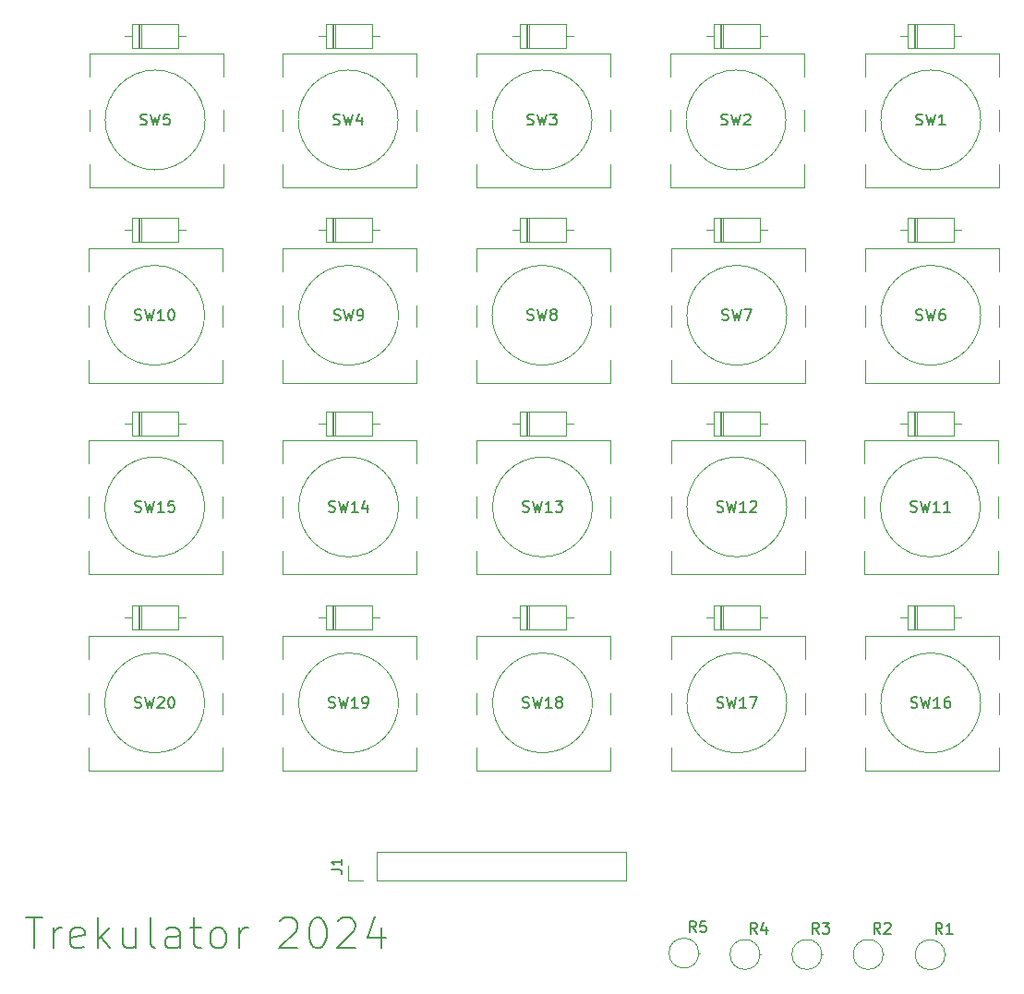
<source format=gto>
G04 #@! TF.GenerationSoftware,KiCad,Pcbnew,7.0.6*
G04 #@! TF.CreationDate,2024-12-08T10:07:36-05:00*
G04 #@! TF.ProjectId,Keypad,4b657970-6164-42e6-9b69-6361645f7063,rev?*
G04 #@! TF.SameCoordinates,Original*
G04 #@! TF.FileFunction,Legend,Top*
G04 #@! TF.FilePolarity,Positive*
%FSLAX46Y46*%
G04 Gerber Fmt 4.6, Leading zero omitted, Abs format (unit mm)*
G04 Created by KiCad (PCBNEW 7.0.6) date 2024-12-08 10:07:36*
%MOMM*%
%LPD*%
G01*
G04 APERTURE LIST*
%ADD10C,0.200000*%
%ADD11C,0.150000*%
%ADD12C,0.120000*%
%ADD13C,1.600000*%
%ADD14O,1.600000X1.600000*%
%ADD15O,3.000000X2.500000*%
%ADD16R,1.600000X1.600000*%
%ADD17R,1.700000X1.700000*%
%ADD18O,1.700000X1.700000*%
G04 APERTURE END LIST*
D10*
X132478244Y-108606933D02*
X134078244Y-108606933D01*
X133278244Y-111406933D02*
X133278244Y-108606933D01*
X135011577Y-111406933D02*
X135011577Y-109540266D01*
X135011577Y-110073600D02*
X135144911Y-109806933D01*
X135144911Y-109806933D02*
X135278244Y-109673600D01*
X135278244Y-109673600D02*
X135544911Y-109540266D01*
X135544911Y-109540266D02*
X135811577Y-109540266D01*
X137811577Y-111273600D02*
X137544910Y-111406933D01*
X137544910Y-111406933D02*
X137011577Y-111406933D01*
X137011577Y-111406933D02*
X136744910Y-111273600D01*
X136744910Y-111273600D02*
X136611577Y-111006933D01*
X136611577Y-111006933D02*
X136611577Y-109940266D01*
X136611577Y-109940266D02*
X136744910Y-109673600D01*
X136744910Y-109673600D02*
X137011577Y-109540266D01*
X137011577Y-109540266D02*
X137544910Y-109540266D01*
X137544910Y-109540266D02*
X137811577Y-109673600D01*
X137811577Y-109673600D02*
X137944910Y-109940266D01*
X137944910Y-109940266D02*
X137944910Y-110206933D01*
X137944910Y-110206933D02*
X136611577Y-110473600D01*
X139144910Y-111406933D02*
X139144910Y-108606933D01*
X139411577Y-110340266D02*
X140211577Y-111406933D01*
X140211577Y-109540266D02*
X139144910Y-110606933D01*
X142611577Y-109540266D02*
X142611577Y-111406933D01*
X141411577Y-109540266D02*
X141411577Y-111006933D01*
X141411577Y-111006933D02*
X141544911Y-111273600D01*
X141544911Y-111273600D02*
X141811577Y-111406933D01*
X141811577Y-111406933D02*
X142211577Y-111406933D01*
X142211577Y-111406933D02*
X142478244Y-111273600D01*
X142478244Y-111273600D02*
X142611577Y-111140266D01*
X144344910Y-111406933D02*
X144078244Y-111273600D01*
X144078244Y-111273600D02*
X143944910Y-111006933D01*
X143944910Y-111006933D02*
X143944910Y-108606933D01*
X146611577Y-111406933D02*
X146611577Y-109940266D01*
X146611577Y-109940266D02*
X146478244Y-109673600D01*
X146478244Y-109673600D02*
X146211577Y-109540266D01*
X146211577Y-109540266D02*
X145678244Y-109540266D01*
X145678244Y-109540266D02*
X145411577Y-109673600D01*
X146611577Y-111273600D02*
X146344911Y-111406933D01*
X146344911Y-111406933D02*
X145678244Y-111406933D01*
X145678244Y-111406933D02*
X145411577Y-111273600D01*
X145411577Y-111273600D02*
X145278244Y-111006933D01*
X145278244Y-111006933D02*
X145278244Y-110740266D01*
X145278244Y-110740266D02*
X145411577Y-110473600D01*
X145411577Y-110473600D02*
X145678244Y-110340266D01*
X145678244Y-110340266D02*
X146344911Y-110340266D01*
X146344911Y-110340266D02*
X146611577Y-110206933D01*
X147544910Y-109540266D02*
X148611577Y-109540266D01*
X147944910Y-108606933D02*
X147944910Y-111006933D01*
X147944910Y-111006933D02*
X148078244Y-111273600D01*
X148078244Y-111273600D02*
X148344910Y-111406933D01*
X148344910Y-111406933D02*
X148611577Y-111406933D01*
X149944910Y-111406933D02*
X149678244Y-111273600D01*
X149678244Y-111273600D02*
X149544910Y-111140266D01*
X149544910Y-111140266D02*
X149411577Y-110873600D01*
X149411577Y-110873600D02*
X149411577Y-110073600D01*
X149411577Y-110073600D02*
X149544910Y-109806933D01*
X149544910Y-109806933D02*
X149678244Y-109673600D01*
X149678244Y-109673600D02*
X149944910Y-109540266D01*
X149944910Y-109540266D02*
X150344910Y-109540266D01*
X150344910Y-109540266D02*
X150611577Y-109673600D01*
X150611577Y-109673600D02*
X150744910Y-109806933D01*
X150744910Y-109806933D02*
X150878244Y-110073600D01*
X150878244Y-110073600D02*
X150878244Y-110873600D01*
X150878244Y-110873600D02*
X150744910Y-111140266D01*
X150744910Y-111140266D02*
X150611577Y-111273600D01*
X150611577Y-111273600D02*
X150344910Y-111406933D01*
X150344910Y-111406933D02*
X149944910Y-111406933D01*
X152078243Y-111406933D02*
X152078243Y-109540266D01*
X152078243Y-110073600D02*
X152211577Y-109806933D01*
X152211577Y-109806933D02*
X152344910Y-109673600D01*
X152344910Y-109673600D02*
X152611577Y-109540266D01*
X152611577Y-109540266D02*
X152878243Y-109540266D01*
X155811576Y-108873600D02*
X155944909Y-108740266D01*
X155944909Y-108740266D02*
X156211576Y-108606933D01*
X156211576Y-108606933D02*
X156878243Y-108606933D01*
X156878243Y-108606933D02*
X157144909Y-108740266D01*
X157144909Y-108740266D02*
X157278243Y-108873600D01*
X157278243Y-108873600D02*
X157411576Y-109140266D01*
X157411576Y-109140266D02*
X157411576Y-109406933D01*
X157411576Y-109406933D02*
X157278243Y-109806933D01*
X157278243Y-109806933D02*
X155678243Y-111406933D01*
X155678243Y-111406933D02*
X157411576Y-111406933D01*
X159144910Y-108606933D02*
X159411576Y-108606933D01*
X159411576Y-108606933D02*
X159678243Y-108740266D01*
X159678243Y-108740266D02*
X159811576Y-108873600D01*
X159811576Y-108873600D02*
X159944910Y-109140266D01*
X159944910Y-109140266D02*
X160078243Y-109673600D01*
X160078243Y-109673600D02*
X160078243Y-110340266D01*
X160078243Y-110340266D02*
X159944910Y-110873600D01*
X159944910Y-110873600D02*
X159811576Y-111140266D01*
X159811576Y-111140266D02*
X159678243Y-111273600D01*
X159678243Y-111273600D02*
X159411576Y-111406933D01*
X159411576Y-111406933D02*
X159144910Y-111406933D01*
X159144910Y-111406933D02*
X158878243Y-111273600D01*
X158878243Y-111273600D02*
X158744910Y-111140266D01*
X158744910Y-111140266D02*
X158611576Y-110873600D01*
X158611576Y-110873600D02*
X158478243Y-110340266D01*
X158478243Y-110340266D02*
X158478243Y-109673600D01*
X158478243Y-109673600D02*
X158611576Y-109140266D01*
X158611576Y-109140266D02*
X158744910Y-108873600D01*
X158744910Y-108873600D02*
X158878243Y-108740266D01*
X158878243Y-108740266D02*
X159144910Y-108606933D01*
X161144910Y-108873600D02*
X161278243Y-108740266D01*
X161278243Y-108740266D02*
X161544910Y-108606933D01*
X161544910Y-108606933D02*
X162211577Y-108606933D01*
X162211577Y-108606933D02*
X162478243Y-108740266D01*
X162478243Y-108740266D02*
X162611577Y-108873600D01*
X162611577Y-108873600D02*
X162744910Y-109140266D01*
X162744910Y-109140266D02*
X162744910Y-109406933D01*
X162744910Y-109406933D02*
X162611577Y-109806933D01*
X162611577Y-109806933D02*
X161011577Y-111406933D01*
X161011577Y-111406933D02*
X162744910Y-111406933D01*
X165144910Y-109540266D02*
X165144910Y-111406933D01*
X164478244Y-108473600D02*
X163811577Y-110473600D01*
X163811577Y-110473600D02*
X165544910Y-110473600D01*
D11*
X205228333Y-110059819D02*
X204895000Y-109583628D01*
X204656905Y-110059819D02*
X204656905Y-109059819D01*
X204656905Y-109059819D02*
X205037857Y-109059819D01*
X205037857Y-109059819D02*
X205133095Y-109107438D01*
X205133095Y-109107438D02*
X205180714Y-109155057D01*
X205180714Y-109155057D02*
X205228333Y-109250295D01*
X205228333Y-109250295D02*
X205228333Y-109393152D01*
X205228333Y-109393152D02*
X205180714Y-109488390D01*
X205180714Y-109488390D02*
X205133095Y-109536009D01*
X205133095Y-109536009D02*
X205037857Y-109583628D01*
X205037857Y-109583628D02*
X204656905Y-109583628D01*
X205561667Y-109059819D02*
X206180714Y-109059819D01*
X206180714Y-109059819D02*
X205847381Y-109440771D01*
X205847381Y-109440771D02*
X205990238Y-109440771D01*
X205990238Y-109440771D02*
X206085476Y-109488390D01*
X206085476Y-109488390D02*
X206133095Y-109536009D01*
X206133095Y-109536009D02*
X206180714Y-109631247D01*
X206180714Y-109631247D02*
X206180714Y-109869342D01*
X206180714Y-109869342D02*
X206133095Y-109964580D01*
X206133095Y-109964580D02*
X206085476Y-110012200D01*
X206085476Y-110012200D02*
X205990238Y-110059819D01*
X205990238Y-110059819D02*
X205704524Y-110059819D01*
X205704524Y-110059819D02*
X205609286Y-110012200D01*
X205609286Y-110012200D02*
X205561667Y-109964580D01*
X196371667Y-53747200D02*
X196514524Y-53794819D01*
X196514524Y-53794819D02*
X196752619Y-53794819D01*
X196752619Y-53794819D02*
X196847857Y-53747200D01*
X196847857Y-53747200D02*
X196895476Y-53699580D01*
X196895476Y-53699580D02*
X196943095Y-53604342D01*
X196943095Y-53604342D02*
X196943095Y-53509104D01*
X196943095Y-53509104D02*
X196895476Y-53413866D01*
X196895476Y-53413866D02*
X196847857Y-53366247D01*
X196847857Y-53366247D02*
X196752619Y-53318628D01*
X196752619Y-53318628D02*
X196562143Y-53271009D01*
X196562143Y-53271009D02*
X196466905Y-53223390D01*
X196466905Y-53223390D02*
X196419286Y-53175771D01*
X196419286Y-53175771D02*
X196371667Y-53080533D01*
X196371667Y-53080533D02*
X196371667Y-52985295D01*
X196371667Y-52985295D02*
X196419286Y-52890057D01*
X196419286Y-52890057D02*
X196466905Y-52842438D01*
X196466905Y-52842438D02*
X196562143Y-52794819D01*
X196562143Y-52794819D02*
X196800238Y-52794819D01*
X196800238Y-52794819D02*
X196943095Y-52842438D01*
X197276429Y-52794819D02*
X197514524Y-53794819D01*
X197514524Y-53794819D02*
X197705000Y-53080533D01*
X197705000Y-53080533D02*
X197895476Y-53794819D01*
X197895476Y-53794819D02*
X198133572Y-52794819D01*
X198419286Y-52794819D02*
X199085952Y-52794819D01*
X199085952Y-52794819D02*
X198657381Y-53794819D01*
X178511667Y-53747200D02*
X178654524Y-53794819D01*
X178654524Y-53794819D02*
X178892619Y-53794819D01*
X178892619Y-53794819D02*
X178987857Y-53747200D01*
X178987857Y-53747200D02*
X179035476Y-53699580D01*
X179035476Y-53699580D02*
X179083095Y-53604342D01*
X179083095Y-53604342D02*
X179083095Y-53509104D01*
X179083095Y-53509104D02*
X179035476Y-53413866D01*
X179035476Y-53413866D02*
X178987857Y-53366247D01*
X178987857Y-53366247D02*
X178892619Y-53318628D01*
X178892619Y-53318628D02*
X178702143Y-53271009D01*
X178702143Y-53271009D02*
X178606905Y-53223390D01*
X178606905Y-53223390D02*
X178559286Y-53175771D01*
X178559286Y-53175771D02*
X178511667Y-53080533D01*
X178511667Y-53080533D02*
X178511667Y-52985295D01*
X178511667Y-52985295D02*
X178559286Y-52890057D01*
X178559286Y-52890057D02*
X178606905Y-52842438D01*
X178606905Y-52842438D02*
X178702143Y-52794819D01*
X178702143Y-52794819D02*
X178940238Y-52794819D01*
X178940238Y-52794819D02*
X179083095Y-52842438D01*
X179416429Y-52794819D02*
X179654524Y-53794819D01*
X179654524Y-53794819D02*
X179845000Y-53080533D01*
X179845000Y-53080533D02*
X180035476Y-53794819D01*
X180035476Y-53794819D02*
X180273572Y-52794819D01*
X180797381Y-53223390D02*
X180702143Y-53175771D01*
X180702143Y-53175771D02*
X180654524Y-53128152D01*
X180654524Y-53128152D02*
X180606905Y-53032914D01*
X180606905Y-53032914D02*
X180606905Y-52985295D01*
X180606905Y-52985295D02*
X180654524Y-52890057D01*
X180654524Y-52890057D02*
X180702143Y-52842438D01*
X180702143Y-52842438D02*
X180797381Y-52794819D01*
X180797381Y-52794819D02*
X180987857Y-52794819D01*
X180987857Y-52794819D02*
X181083095Y-52842438D01*
X181083095Y-52842438D02*
X181130714Y-52890057D01*
X181130714Y-52890057D02*
X181178333Y-52985295D01*
X181178333Y-52985295D02*
X181178333Y-53032914D01*
X181178333Y-53032914D02*
X181130714Y-53128152D01*
X181130714Y-53128152D02*
X181083095Y-53175771D01*
X181083095Y-53175771D02*
X180987857Y-53223390D01*
X180987857Y-53223390D02*
X180797381Y-53223390D01*
X180797381Y-53223390D02*
X180702143Y-53271009D01*
X180702143Y-53271009D02*
X180654524Y-53318628D01*
X180654524Y-53318628D02*
X180606905Y-53413866D01*
X180606905Y-53413866D02*
X180606905Y-53604342D01*
X180606905Y-53604342D02*
X180654524Y-53699580D01*
X180654524Y-53699580D02*
X180702143Y-53747200D01*
X180702143Y-53747200D02*
X180797381Y-53794819D01*
X180797381Y-53794819D02*
X180987857Y-53794819D01*
X180987857Y-53794819D02*
X181083095Y-53747200D01*
X181083095Y-53747200D02*
X181130714Y-53699580D01*
X181130714Y-53699580D02*
X181178333Y-53604342D01*
X181178333Y-53604342D02*
X181178333Y-53413866D01*
X181178333Y-53413866D02*
X181130714Y-53318628D01*
X181130714Y-53318628D02*
X181083095Y-53271009D01*
X181083095Y-53271009D02*
X180987857Y-53223390D01*
X178075476Y-89307200D02*
X178218333Y-89354819D01*
X178218333Y-89354819D02*
X178456428Y-89354819D01*
X178456428Y-89354819D02*
X178551666Y-89307200D01*
X178551666Y-89307200D02*
X178599285Y-89259580D01*
X178599285Y-89259580D02*
X178646904Y-89164342D01*
X178646904Y-89164342D02*
X178646904Y-89069104D01*
X178646904Y-89069104D02*
X178599285Y-88973866D01*
X178599285Y-88973866D02*
X178551666Y-88926247D01*
X178551666Y-88926247D02*
X178456428Y-88878628D01*
X178456428Y-88878628D02*
X178265952Y-88831009D01*
X178265952Y-88831009D02*
X178170714Y-88783390D01*
X178170714Y-88783390D02*
X178123095Y-88735771D01*
X178123095Y-88735771D02*
X178075476Y-88640533D01*
X178075476Y-88640533D02*
X178075476Y-88545295D01*
X178075476Y-88545295D02*
X178123095Y-88450057D01*
X178123095Y-88450057D02*
X178170714Y-88402438D01*
X178170714Y-88402438D02*
X178265952Y-88354819D01*
X178265952Y-88354819D02*
X178504047Y-88354819D01*
X178504047Y-88354819D02*
X178646904Y-88402438D01*
X178980238Y-88354819D02*
X179218333Y-89354819D01*
X179218333Y-89354819D02*
X179408809Y-88640533D01*
X179408809Y-88640533D02*
X179599285Y-89354819D01*
X179599285Y-89354819D02*
X179837381Y-88354819D01*
X180742142Y-89354819D02*
X180170714Y-89354819D01*
X180456428Y-89354819D02*
X180456428Y-88354819D01*
X180456428Y-88354819D02*
X180361190Y-88497676D01*
X180361190Y-88497676D02*
X180265952Y-88592914D01*
X180265952Y-88592914D02*
X180170714Y-88640533D01*
X181313571Y-88783390D02*
X181218333Y-88735771D01*
X181218333Y-88735771D02*
X181170714Y-88688152D01*
X181170714Y-88688152D02*
X181123095Y-88592914D01*
X181123095Y-88592914D02*
X181123095Y-88545295D01*
X181123095Y-88545295D02*
X181170714Y-88450057D01*
X181170714Y-88450057D02*
X181218333Y-88402438D01*
X181218333Y-88402438D02*
X181313571Y-88354819D01*
X181313571Y-88354819D02*
X181504047Y-88354819D01*
X181504047Y-88354819D02*
X181599285Y-88402438D01*
X181599285Y-88402438D02*
X181646904Y-88450057D01*
X181646904Y-88450057D02*
X181694523Y-88545295D01*
X181694523Y-88545295D02*
X181694523Y-88592914D01*
X181694523Y-88592914D02*
X181646904Y-88688152D01*
X181646904Y-88688152D02*
X181599285Y-88735771D01*
X181599285Y-88735771D02*
X181504047Y-88783390D01*
X181504047Y-88783390D02*
X181313571Y-88783390D01*
X181313571Y-88783390D02*
X181218333Y-88831009D01*
X181218333Y-88831009D02*
X181170714Y-88878628D01*
X181170714Y-88878628D02*
X181123095Y-88973866D01*
X181123095Y-88973866D02*
X181123095Y-89164342D01*
X181123095Y-89164342D02*
X181170714Y-89259580D01*
X181170714Y-89259580D02*
X181218333Y-89307200D01*
X181218333Y-89307200D02*
X181313571Y-89354819D01*
X181313571Y-89354819D02*
X181504047Y-89354819D01*
X181504047Y-89354819D02*
X181599285Y-89307200D01*
X181599285Y-89307200D02*
X181646904Y-89259580D01*
X181646904Y-89259580D02*
X181694523Y-89164342D01*
X181694523Y-89164342D02*
X181694523Y-88973866D01*
X181694523Y-88973866D02*
X181646904Y-88878628D01*
X181646904Y-88878628D02*
X181599285Y-88831009D01*
X181599285Y-88831009D02*
X181504047Y-88783390D01*
X213675476Y-89307200D02*
X213818333Y-89354819D01*
X213818333Y-89354819D02*
X214056428Y-89354819D01*
X214056428Y-89354819D02*
X214151666Y-89307200D01*
X214151666Y-89307200D02*
X214199285Y-89259580D01*
X214199285Y-89259580D02*
X214246904Y-89164342D01*
X214246904Y-89164342D02*
X214246904Y-89069104D01*
X214246904Y-89069104D02*
X214199285Y-88973866D01*
X214199285Y-88973866D02*
X214151666Y-88926247D01*
X214151666Y-88926247D02*
X214056428Y-88878628D01*
X214056428Y-88878628D02*
X213865952Y-88831009D01*
X213865952Y-88831009D02*
X213770714Y-88783390D01*
X213770714Y-88783390D02*
X213723095Y-88735771D01*
X213723095Y-88735771D02*
X213675476Y-88640533D01*
X213675476Y-88640533D02*
X213675476Y-88545295D01*
X213675476Y-88545295D02*
X213723095Y-88450057D01*
X213723095Y-88450057D02*
X213770714Y-88402438D01*
X213770714Y-88402438D02*
X213865952Y-88354819D01*
X213865952Y-88354819D02*
X214104047Y-88354819D01*
X214104047Y-88354819D02*
X214246904Y-88402438D01*
X214580238Y-88354819D02*
X214818333Y-89354819D01*
X214818333Y-89354819D02*
X215008809Y-88640533D01*
X215008809Y-88640533D02*
X215199285Y-89354819D01*
X215199285Y-89354819D02*
X215437381Y-88354819D01*
X216342142Y-89354819D02*
X215770714Y-89354819D01*
X216056428Y-89354819D02*
X216056428Y-88354819D01*
X216056428Y-88354819D02*
X215961190Y-88497676D01*
X215961190Y-88497676D02*
X215865952Y-88592914D01*
X215865952Y-88592914D02*
X215770714Y-88640533D01*
X217199285Y-88354819D02*
X217008809Y-88354819D01*
X217008809Y-88354819D02*
X216913571Y-88402438D01*
X216913571Y-88402438D02*
X216865952Y-88450057D01*
X216865952Y-88450057D02*
X216770714Y-88592914D01*
X216770714Y-88592914D02*
X216723095Y-88783390D01*
X216723095Y-88783390D02*
X216723095Y-89164342D01*
X216723095Y-89164342D02*
X216770714Y-89259580D01*
X216770714Y-89259580D02*
X216818333Y-89307200D01*
X216818333Y-89307200D02*
X216913571Y-89354819D01*
X216913571Y-89354819D02*
X217104047Y-89354819D01*
X217104047Y-89354819D02*
X217199285Y-89307200D01*
X217199285Y-89307200D02*
X217246904Y-89259580D01*
X217246904Y-89259580D02*
X217294523Y-89164342D01*
X217294523Y-89164342D02*
X217294523Y-88926247D01*
X217294523Y-88926247D02*
X217246904Y-88831009D01*
X217246904Y-88831009D02*
X217199285Y-88783390D01*
X217199285Y-88783390D02*
X217104047Y-88735771D01*
X217104047Y-88735771D02*
X216913571Y-88735771D01*
X216913571Y-88735771D02*
X216818333Y-88783390D01*
X216818333Y-88783390D02*
X216770714Y-88831009D01*
X216770714Y-88831009D02*
X216723095Y-88926247D01*
X160295476Y-89307200D02*
X160438333Y-89354819D01*
X160438333Y-89354819D02*
X160676428Y-89354819D01*
X160676428Y-89354819D02*
X160771666Y-89307200D01*
X160771666Y-89307200D02*
X160819285Y-89259580D01*
X160819285Y-89259580D02*
X160866904Y-89164342D01*
X160866904Y-89164342D02*
X160866904Y-89069104D01*
X160866904Y-89069104D02*
X160819285Y-88973866D01*
X160819285Y-88973866D02*
X160771666Y-88926247D01*
X160771666Y-88926247D02*
X160676428Y-88878628D01*
X160676428Y-88878628D02*
X160485952Y-88831009D01*
X160485952Y-88831009D02*
X160390714Y-88783390D01*
X160390714Y-88783390D02*
X160343095Y-88735771D01*
X160343095Y-88735771D02*
X160295476Y-88640533D01*
X160295476Y-88640533D02*
X160295476Y-88545295D01*
X160295476Y-88545295D02*
X160343095Y-88450057D01*
X160343095Y-88450057D02*
X160390714Y-88402438D01*
X160390714Y-88402438D02*
X160485952Y-88354819D01*
X160485952Y-88354819D02*
X160724047Y-88354819D01*
X160724047Y-88354819D02*
X160866904Y-88402438D01*
X161200238Y-88354819D02*
X161438333Y-89354819D01*
X161438333Y-89354819D02*
X161628809Y-88640533D01*
X161628809Y-88640533D02*
X161819285Y-89354819D01*
X161819285Y-89354819D02*
X162057381Y-88354819D01*
X162962142Y-89354819D02*
X162390714Y-89354819D01*
X162676428Y-89354819D02*
X162676428Y-88354819D01*
X162676428Y-88354819D02*
X162581190Y-88497676D01*
X162581190Y-88497676D02*
X162485952Y-88592914D01*
X162485952Y-88592914D02*
X162390714Y-88640533D01*
X163438333Y-89354819D02*
X163628809Y-89354819D01*
X163628809Y-89354819D02*
X163724047Y-89307200D01*
X163724047Y-89307200D02*
X163771666Y-89259580D01*
X163771666Y-89259580D02*
X163866904Y-89116723D01*
X163866904Y-89116723D02*
X163914523Y-88926247D01*
X163914523Y-88926247D02*
X163914523Y-88545295D01*
X163914523Y-88545295D02*
X163866904Y-88450057D01*
X163866904Y-88450057D02*
X163819285Y-88402438D01*
X163819285Y-88402438D02*
X163724047Y-88354819D01*
X163724047Y-88354819D02*
X163533571Y-88354819D01*
X163533571Y-88354819D02*
X163438333Y-88402438D01*
X163438333Y-88402438D02*
X163390714Y-88450057D01*
X163390714Y-88450057D02*
X163343095Y-88545295D01*
X163343095Y-88545295D02*
X163343095Y-88783390D01*
X163343095Y-88783390D02*
X163390714Y-88878628D01*
X163390714Y-88878628D02*
X163438333Y-88926247D01*
X163438333Y-88926247D02*
X163533571Y-88973866D01*
X163533571Y-88973866D02*
X163724047Y-88973866D01*
X163724047Y-88973866D02*
X163819285Y-88926247D01*
X163819285Y-88926247D02*
X163866904Y-88878628D01*
X163866904Y-88878628D02*
X163914523Y-88783390D01*
X178075476Y-71327200D02*
X178218333Y-71374819D01*
X178218333Y-71374819D02*
X178456428Y-71374819D01*
X178456428Y-71374819D02*
X178551666Y-71327200D01*
X178551666Y-71327200D02*
X178599285Y-71279580D01*
X178599285Y-71279580D02*
X178646904Y-71184342D01*
X178646904Y-71184342D02*
X178646904Y-71089104D01*
X178646904Y-71089104D02*
X178599285Y-70993866D01*
X178599285Y-70993866D02*
X178551666Y-70946247D01*
X178551666Y-70946247D02*
X178456428Y-70898628D01*
X178456428Y-70898628D02*
X178265952Y-70851009D01*
X178265952Y-70851009D02*
X178170714Y-70803390D01*
X178170714Y-70803390D02*
X178123095Y-70755771D01*
X178123095Y-70755771D02*
X178075476Y-70660533D01*
X178075476Y-70660533D02*
X178075476Y-70565295D01*
X178075476Y-70565295D02*
X178123095Y-70470057D01*
X178123095Y-70470057D02*
X178170714Y-70422438D01*
X178170714Y-70422438D02*
X178265952Y-70374819D01*
X178265952Y-70374819D02*
X178504047Y-70374819D01*
X178504047Y-70374819D02*
X178646904Y-70422438D01*
X178980238Y-70374819D02*
X179218333Y-71374819D01*
X179218333Y-71374819D02*
X179408809Y-70660533D01*
X179408809Y-70660533D02*
X179599285Y-71374819D01*
X179599285Y-71374819D02*
X179837381Y-70374819D01*
X180742142Y-71374819D02*
X180170714Y-71374819D01*
X180456428Y-71374819D02*
X180456428Y-70374819D01*
X180456428Y-70374819D02*
X180361190Y-70517676D01*
X180361190Y-70517676D02*
X180265952Y-70612914D01*
X180265952Y-70612914D02*
X180170714Y-70660533D01*
X181075476Y-70374819D02*
X181694523Y-70374819D01*
X181694523Y-70374819D02*
X181361190Y-70755771D01*
X181361190Y-70755771D02*
X181504047Y-70755771D01*
X181504047Y-70755771D02*
X181599285Y-70803390D01*
X181599285Y-70803390D02*
X181646904Y-70851009D01*
X181646904Y-70851009D02*
X181694523Y-70946247D01*
X181694523Y-70946247D02*
X181694523Y-71184342D01*
X181694523Y-71184342D02*
X181646904Y-71279580D01*
X181646904Y-71279580D02*
X181599285Y-71327200D01*
X181599285Y-71327200D02*
X181504047Y-71374819D01*
X181504047Y-71374819D02*
X181218333Y-71374819D01*
X181218333Y-71374819D02*
X181123095Y-71327200D01*
X181123095Y-71327200D02*
X181075476Y-71279580D01*
X214151667Y-53747200D02*
X214294524Y-53794819D01*
X214294524Y-53794819D02*
X214532619Y-53794819D01*
X214532619Y-53794819D02*
X214627857Y-53747200D01*
X214627857Y-53747200D02*
X214675476Y-53699580D01*
X214675476Y-53699580D02*
X214723095Y-53604342D01*
X214723095Y-53604342D02*
X214723095Y-53509104D01*
X214723095Y-53509104D02*
X214675476Y-53413866D01*
X214675476Y-53413866D02*
X214627857Y-53366247D01*
X214627857Y-53366247D02*
X214532619Y-53318628D01*
X214532619Y-53318628D02*
X214342143Y-53271009D01*
X214342143Y-53271009D02*
X214246905Y-53223390D01*
X214246905Y-53223390D02*
X214199286Y-53175771D01*
X214199286Y-53175771D02*
X214151667Y-53080533D01*
X214151667Y-53080533D02*
X214151667Y-52985295D01*
X214151667Y-52985295D02*
X214199286Y-52890057D01*
X214199286Y-52890057D02*
X214246905Y-52842438D01*
X214246905Y-52842438D02*
X214342143Y-52794819D01*
X214342143Y-52794819D02*
X214580238Y-52794819D01*
X214580238Y-52794819D02*
X214723095Y-52842438D01*
X215056429Y-52794819D02*
X215294524Y-53794819D01*
X215294524Y-53794819D02*
X215485000Y-53080533D01*
X215485000Y-53080533D02*
X215675476Y-53794819D01*
X215675476Y-53794819D02*
X215913572Y-52794819D01*
X216723095Y-52794819D02*
X216532619Y-52794819D01*
X216532619Y-52794819D02*
X216437381Y-52842438D01*
X216437381Y-52842438D02*
X216389762Y-52890057D01*
X216389762Y-52890057D02*
X216294524Y-53032914D01*
X216294524Y-53032914D02*
X216246905Y-53223390D01*
X216246905Y-53223390D02*
X216246905Y-53604342D01*
X216246905Y-53604342D02*
X216294524Y-53699580D01*
X216294524Y-53699580D02*
X216342143Y-53747200D01*
X216342143Y-53747200D02*
X216437381Y-53794819D01*
X216437381Y-53794819D02*
X216627857Y-53794819D01*
X216627857Y-53794819D02*
X216723095Y-53747200D01*
X216723095Y-53747200D02*
X216770714Y-53699580D01*
X216770714Y-53699580D02*
X216818333Y-53604342D01*
X216818333Y-53604342D02*
X216818333Y-53366247D01*
X216818333Y-53366247D02*
X216770714Y-53271009D01*
X216770714Y-53271009D02*
X216723095Y-53223390D01*
X216723095Y-53223390D02*
X216627857Y-53175771D01*
X216627857Y-53175771D02*
X216437381Y-53175771D01*
X216437381Y-53175771D02*
X216342143Y-53223390D01*
X216342143Y-53223390D02*
X216294524Y-53271009D01*
X216294524Y-53271009D02*
X216246905Y-53366247D01*
X216528333Y-110084819D02*
X216195000Y-109608628D01*
X215956905Y-110084819D02*
X215956905Y-109084819D01*
X215956905Y-109084819D02*
X216337857Y-109084819D01*
X216337857Y-109084819D02*
X216433095Y-109132438D01*
X216433095Y-109132438D02*
X216480714Y-109180057D01*
X216480714Y-109180057D02*
X216528333Y-109275295D01*
X216528333Y-109275295D02*
X216528333Y-109418152D01*
X216528333Y-109418152D02*
X216480714Y-109513390D01*
X216480714Y-109513390D02*
X216433095Y-109561009D01*
X216433095Y-109561009D02*
X216337857Y-109608628D01*
X216337857Y-109608628D02*
X215956905Y-109608628D01*
X217480714Y-110084819D02*
X216909286Y-110084819D01*
X217195000Y-110084819D02*
X217195000Y-109084819D01*
X217195000Y-109084819D02*
X217099762Y-109227676D01*
X217099762Y-109227676D02*
X217004524Y-109322914D01*
X217004524Y-109322914D02*
X216909286Y-109370533D01*
X199553333Y-110059819D02*
X199220000Y-109583628D01*
X198981905Y-110059819D02*
X198981905Y-109059819D01*
X198981905Y-109059819D02*
X199362857Y-109059819D01*
X199362857Y-109059819D02*
X199458095Y-109107438D01*
X199458095Y-109107438D02*
X199505714Y-109155057D01*
X199505714Y-109155057D02*
X199553333Y-109250295D01*
X199553333Y-109250295D02*
X199553333Y-109393152D01*
X199553333Y-109393152D02*
X199505714Y-109488390D01*
X199505714Y-109488390D02*
X199458095Y-109536009D01*
X199458095Y-109536009D02*
X199362857Y-109583628D01*
X199362857Y-109583628D02*
X198981905Y-109583628D01*
X200410476Y-109393152D02*
X200410476Y-110059819D01*
X200172381Y-109012200D02*
X199934286Y-109726485D01*
X199934286Y-109726485D02*
X200553333Y-109726485D01*
X178511667Y-35827200D02*
X178654524Y-35874819D01*
X178654524Y-35874819D02*
X178892619Y-35874819D01*
X178892619Y-35874819D02*
X178987857Y-35827200D01*
X178987857Y-35827200D02*
X179035476Y-35779580D01*
X179035476Y-35779580D02*
X179083095Y-35684342D01*
X179083095Y-35684342D02*
X179083095Y-35589104D01*
X179083095Y-35589104D02*
X179035476Y-35493866D01*
X179035476Y-35493866D02*
X178987857Y-35446247D01*
X178987857Y-35446247D02*
X178892619Y-35398628D01*
X178892619Y-35398628D02*
X178702143Y-35351009D01*
X178702143Y-35351009D02*
X178606905Y-35303390D01*
X178606905Y-35303390D02*
X178559286Y-35255771D01*
X178559286Y-35255771D02*
X178511667Y-35160533D01*
X178511667Y-35160533D02*
X178511667Y-35065295D01*
X178511667Y-35065295D02*
X178559286Y-34970057D01*
X178559286Y-34970057D02*
X178606905Y-34922438D01*
X178606905Y-34922438D02*
X178702143Y-34874819D01*
X178702143Y-34874819D02*
X178940238Y-34874819D01*
X178940238Y-34874819D02*
X179083095Y-34922438D01*
X179416429Y-34874819D02*
X179654524Y-35874819D01*
X179654524Y-35874819D02*
X179845000Y-35160533D01*
X179845000Y-35160533D02*
X180035476Y-35874819D01*
X180035476Y-35874819D02*
X180273572Y-34874819D01*
X180559286Y-34874819D02*
X181178333Y-34874819D01*
X181178333Y-34874819D02*
X180845000Y-35255771D01*
X180845000Y-35255771D02*
X180987857Y-35255771D01*
X180987857Y-35255771D02*
X181083095Y-35303390D01*
X181083095Y-35303390D02*
X181130714Y-35351009D01*
X181130714Y-35351009D02*
X181178333Y-35446247D01*
X181178333Y-35446247D02*
X181178333Y-35684342D01*
X181178333Y-35684342D02*
X181130714Y-35779580D01*
X181130714Y-35779580D02*
X181083095Y-35827200D01*
X181083095Y-35827200D02*
X180987857Y-35874819D01*
X180987857Y-35874819D02*
X180702143Y-35874819D01*
X180702143Y-35874819D02*
X180606905Y-35827200D01*
X180606905Y-35827200D02*
X180559286Y-35779580D01*
X143031667Y-35827200D02*
X143174524Y-35874819D01*
X143174524Y-35874819D02*
X143412619Y-35874819D01*
X143412619Y-35874819D02*
X143507857Y-35827200D01*
X143507857Y-35827200D02*
X143555476Y-35779580D01*
X143555476Y-35779580D02*
X143603095Y-35684342D01*
X143603095Y-35684342D02*
X143603095Y-35589104D01*
X143603095Y-35589104D02*
X143555476Y-35493866D01*
X143555476Y-35493866D02*
X143507857Y-35446247D01*
X143507857Y-35446247D02*
X143412619Y-35398628D01*
X143412619Y-35398628D02*
X143222143Y-35351009D01*
X143222143Y-35351009D02*
X143126905Y-35303390D01*
X143126905Y-35303390D02*
X143079286Y-35255771D01*
X143079286Y-35255771D02*
X143031667Y-35160533D01*
X143031667Y-35160533D02*
X143031667Y-35065295D01*
X143031667Y-35065295D02*
X143079286Y-34970057D01*
X143079286Y-34970057D02*
X143126905Y-34922438D01*
X143126905Y-34922438D02*
X143222143Y-34874819D01*
X143222143Y-34874819D02*
X143460238Y-34874819D01*
X143460238Y-34874819D02*
X143603095Y-34922438D01*
X143936429Y-34874819D02*
X144174524Y-35874819D01*
X144174524Y-35874819D02*
X144365000Y-35160533D01*
X144365000Y-35160533D02*
X144555476Y-35874819D01*
X144555476Y-35874819D02*
X144793572Y-34874819D01*
X145650714Y-34874819D02*
X145174524Y-34874819D01*
X145174524Y-34874819D02*
X145126905Y-35351009D01*
X145126905Y-35351009D02*
X145174524Y-35303390D01*
X145174524Y-35303390D02*
X145269762Y-35255771D01*
X145269762Y-35255771D02*
X145507857Y-35255771D01*
X145507857Y-35255771D02*
X145603095Y-35303390D01*
X145603095Y-35303390D02*
X145650714Y-35351009D01*
X145650714Y-35351009D02*
X145698333Y-35446247D01*
X145698333Y-35446247D02*
X145698333Y-35684342D01*
X145698333Y-35684342D02*
X145650714Y-35779580D01*
X145650714Y-35779580D02*
X145603095Y-35827200D01*
X145603095Y-35827200D02*
X145507857Y-35874819D01*
X145507857Y-35874819D02*
X145269762Y-35874819D01*
X145269762Y-35874819D02*
X145174524Y-35827200D01*
X145174524Y-35827200D02*
X145126905Y-35779580D01*
X196291667Y-35827200D02*
X196434524Y-35874819D01*
X196434524Y-35874819D02*
X196672619Y-35874819D01*
X196672619Y-35874819D02*
X196767857Y-35827200D01*
X196767857Y-35827200D02*
X196815476Y-35779580D01*
X196815476Y-35779580D02*
X196863095Y-35684342D01*
X196863095Y-35684342D02*
X196863095Y-35589104D01*
X196863095Y-35589104D02*
X196815476Y-35493866D01*
X196815476Y-35493866D02*
X196767857Y-35446247D01*
X196767857Y-35446247D02*
X196672619Y-35398628D01*
X196672619Y-35398628D02*
X196482143Y-35351009D01*
X196482143Y-35351009D02*
X196386905Y-35303390D01*
X196386905Y-35303390D02*
X196339286Y-35255771D01*
X196339286Y-35255771D02*
X196291667Y-35160533D01*
X196291667Y-35160533D02*
X196291667Y-35065295D01*
X196291667Y-35065295D02*
X196339286Y-34970057D01*
X196339286Y-34970057D02*
X196386905Y-34922438D01*
X196386905Y-34922438D02*
X196482143Y-34874819D01*
X196482143Y-34874819D02*
X196720238Y-34874819D01*
X196720238Y-34874819D02*
X196863095Y-34922438D01*
X197196429Y-34874819D02*
X197434524Y-35874819D01*
X197434524Y-35874819D02*
X197625000Y-35160533D01*
X197625000Y-35160533D02*
X197815476Y-35874819D01*
X197815476Y-35874819D02*
X198053572Y-34874819D01*
X198386905Y-34970057D02*
X198434524Y-34922438D01*
X198434524Y-34922438D02*
X198529762Y-34874819D01*
X198529762Y-34874819D02*
X198767857Y-34874819D01*
X198767857Y-34874819D02*
X198863095Y-34922438D01*
X198863095Y-34922438D02*
X198910714Y-34970057D01*
X198910714Y-34970057D02*
X198958333Y-35065295D01*
X198958333Y-35065295D02*
X198958333Y-35160533D01*
X198958333Y-35160533D02*
X198910714Y-35303390D01*
X198910714Y-35303390D02*
X198339286Y-35874819D01*
X198339286Y-35874819D02*
X198958333Y-35874819D01*
X160731667Y-35827200D02*
X160874524Y-35874819D01*
X160874524Y-35874819D02*
X161112619Y-35874819D01*
X161112619Y-35874819D02*
X161207857Y-35827200D01*
X161207857Y-35827200D02*
X161255476Y-35779580D01*
X161255476Y-35779580D02*
X161303095Y-35684342D01*
X161303095Y-35684342D02*
X161303095Y-35589104D01*
X161303095Y-35589104D02*
X161255476Y-35493866D01*
X161255476Y-35493866D02*
X161207857Y-35446247D01*
X161207857Y-35446247D02*
X161112619Y-35398628D01*
X161112619Y-35398628D02*
X160922143Y-35351009D01*
X160922143Y-35351009D02*
X160826905Y-35303390D01*
X160826905Y-35303390D02*
X160779286Y-35255771D01*
X160779286Y-35255771D02*
X160731667Y-35160533D01*
X160731667Y-35160533D02*
X160731667Y-35065295D01*
X160731667Y-35065295D02*
X160779286Y-34970057D01*
X160779286Y-34970057D02*
X160826905Y-34922438D01*
X160826905Y-34922438D02*
X160922143Y-34874819D01*
X160922143Y-34874819D02*
X161160238Y-34874819D01*
X161160238Y-34874819D02*
X161303095Y-34922438D01*
X161636429Y-34874819D02*
X161874524Y-35874819D01*
X161874524Y-35874819D02*
X162065000Y-35160533D01*
X162065000Y-35160533D02*
X162255476Y-35874819D01*
X162255476Y-35874819D02*
X162493572Y-34874819D01*
X163303095Y-35208152D02*
X163303095Y-35874819D01*
X163065000Y-34827200D02*
X162826905Y-35541485D01*
X162826905Y-35541485D02*
X163445952Y-35541485D01*
X193953333Y-109934819D02*
X193620000Y-109458628D01*
X193381905Y-109934819D02*
X193381905Y-108934819D01*
X193381905Y-108934819D02*
X193762857Y-108934819D01*
X193762857Y-108934819D02*
X193858095Y-108982438D01*
X193858095Y-108982438D02*
X193905714Y-109030057D01*
X193905714Y-109030057D02*
X193953333Y-109125295D01*
X193953333Y-109125295D02*
X193953333Y-109268152D01*
X193953333Y-109268152D02*
X193905714Y-109363390D01*
X193905714Y-109363390D02*
X193858095Y-109411009D01*
X193858095Y-109411009D02*
X193762857Y-109458628D01*
X193762857Y-109458628D02*
X193381905Y-109458628D01*
X194858095Y-108934819D02*
X194381905Y-108934819D01*
X194381905Y-108934819D02*
X194334286Y-109411009D01*
X194334286Y-109411009D02*
X194381905Y-109363390D01*
X194381905Y-109363390D02*
X194477143Y-109315771D01*
X194477143Y-109315771D02*
X194715238Y-109315771D01*
X194715238Y-109315771D02*
X194810476Y-109363390D01*
X194810476Y-109363390D02*
X194858095Y-109411009D01*
X194858095Y-109411009D02*
X194905714Y-109506247D01*
X194905714Y-109506247D02*
X194905714Y-109744342D01*
X194905714Y-109744342D02*
X194858095Y-109839580D01*
X194858095Y-109839580D02*
X194810476Y-109887200D01*
X194810476Y-109887200D02*
X194715238Y-109934819D01*
X194715238Y-109934819D02*
X194477143Y-109934819D01*
X194477143Y-109934819D02*
X194381905Y-109887200D01*
X194381905Y-109887200D02*
X194334286Y-109839580D01*
X142515476Y-71327200D02*
X142658333Y-71374819D01*
X142658333Y-71374819D02*
X142896428Y-71374819D01*
X142896428Y-71374819D02*
X142991666Y-71327200D01*
X142991666Y-71327200D02*
X143039285Y-71279580D01*
X143039285Y-71279580D02*
X143086904Y-71184342D01*
X143086904Y-71184342D02*
X143086904Y-71089104D01*
X143086904Y-71089104D02*
X143039285Y-70993866D01*
X143039285Y-70993866D02*
X142991666Y-70946247D01*
X142991666Y-70946247D02*
X142896428Y-70898628D01*
X142896428Y-70898628D02*
X142705952Y-70851009D01*
X142705952Y-70851009D02*
X142610714Y-70803390D01*
X142610714Y-70803390D02*
X142563095Y-70755771D01*
X142563095Y-70755771D02*
X142515476Y-70660533D01*
X142515476Y-70660533D02*
X142515476Y-70565295D01*
X142515476Y-70565295D02*
X142563095Y-70470057D01*
X142563095Y-70470057D02*
X142610714Y-70422438D01*
X142610714Y-70422438D02*
X142705952Y-70374819D01*
X142705952Y-70374819D02*
X142944047Y-70374819D01*
X142944047Y-70374819D02*
X143086904Y-70422438D01*
X143420238Y-70374819D02*
X143658333Y-71374819D01*
X143658333Y-71374819D02*
X143848809Y-70660533D01*
X143848809Y-70660533D02*
X144039285Y-71374819D01*
X144039285Y-71374819D02*
X144277381Y-70374819D01*
X145182142Y-71374819D02*
X144610714Y-71374819D01*
X144896428Y-71374819D02*
X144896428Y-70374819D01*
X144896428Y-70374819D02*
X144801190Y-70517676D01*
X144801190Y-70517676D02*
X144705952Y-70612914D01*
X144705952Y-70612914D02*
X144610714Y-70660533D01*
X146086904Y-70374819D02*
X145610714Y-70374819D01*
X145610714Y-70374819D02*
X145563095Y-70851009D01*
X145563095Y-70851009D02*
X145610714Y-70803390D01*
X145610714Y-70803390D02*
X145705952Y-70755771D01*
X145705952Y-70755771D02*
X145944047Y-70755771D01*
X145944047Y-70755771D02*
X146039285Y-70803390D01*
X146039285Y-70803390D02*
X146086904Y-70851009D01*
X146086904Y-70851009D02*
X146134523Y-70946247D01*
X146134523Y-70946247D02*
X146134523Y-71184342D01*
X146134523Y-71184342D02*
X146086904Y-71279580D01*
X146086904Y-71279580D02*
X146039285Y-71327200D01*
X146039285Y-71327200D02*
X145944047Y-71374819D01*
X145944047Y-71374819D02*
X145705952Y-71374819D01*
X145705952Y-71374819D02*
X145610714Y-71327200D01*
X145610714Y-71327200D02*
X145563095Y-71279580D01*
X160295476Y-71327200D02*
X160438333Y-71374819D01*
X160438333Y-71374819D02*
X160676428Y-71374819D01*
X160676428Y-71374819D02*
X160771666Y-71327200D01*
X160771666Y-71327200D02*
X160819285Y-71279580D01*
X160819285Y-71279580D02*
X160866904Y-71184342D01*
X160866904Y-71184342D02*
X160866904Y-71089104D01*
X160866904Y-71089104D02*
X160819285Y-70993866D01*
X160819285Y-70993866D02*
X160771666Y-70946247D01*
X160771666Y-70946247D02*
X160676428Y-70898628D01*
X160676428Y-70898628D02*
X160485952Y-70851009D01*
X160485952Y-70851009D02*
X160390714Y-70803390D01*
X160390714Y-70803390D02*
X160343095Y-70755771D01*
X160343095Y-70755771D02*
X160295476Y-70660533D01*
X160295476Y-70660533D02*
X160295476Y-70565295D01*
X160295476Y-70565295D02*
X160343095Y-70470057D01*
X160343095Y-70470057D02*
X160390714Y-70422438D01*
X160390714Y-70422438D02*
X160485952Y-70374819D01*
X160485952Y-70374819D02*
X160724047Y-70374819D01*
X160724047Y-70374819D02*
X160866904Y-70422438D01*
X161200238Y-70374819D02*
X161438333Y-71374819D01*
X161438333Y-71374819D02*
X161628809Y-70660533D01*
X161628809Y-70660533D02*
X161819285Y-71374819D01*
X161819285Y-71374819D02*
X162057381Y-70374819D01*
X162962142Y-71374819D02*
X162390714Y-71374819D01*
X162676428Y-71374819D02*
X162676428Y-70374819D01*
X162676428Y-70374819D02*
X162581190Y-70517676D01*
X162581190Y-70517676D02*
X162485952Y-70612914D01*
X162485952Y-70612914D02*
X162390714Y-70660533D01*
X163819285Y-70708152D02*
X163819285Y-71374819D01*
X163581190Y-70327200D02*
X163343095Y-71041485D01*
X163343095Y-71041485D02*
X163962142Y-71041485D01*
X160504819Y-104208333D02*
X161219104Y-104208333D01*
X161219104Y-104208333D02*
X161361961Y-104255952D01*
X161361961Y-104255952D02*
X161457200Y-104351190D01*
X161457200Y-104351190D02*
X161504819Y-104494047D01*
X161504819Y-104494047D02*
X161504819Y-104589285D01*
X161504819Y-103208333D02*
X161504819Y-103779761D01*
X161504819Y-103494047D02*
X160504819Y-103494047D01*
X160504819Y-103494047D02*
X160647676Y-103589285D01*
X160647676Y-103589285D02*
X160742914Y-103684523D01*
X160742914Y-103684523D02*
X160790533Y-103779761D01*
X195895476Y-89307200D02*
X196038333Y-89354819D01*
X196038333Y-89354819D02*
X196276428Y-89354819D01*
X196276428Y-89354819D02*
X196371666Y-89307200D01*
X196371666Y-89307200D02*
X196419285Y-89259580D01*
X196419285Y-89259580D02*
X196466904Y-89164342D01*
X196466904Y-89164342D02*
X196466904Y-89069104D01*
X196466904Y-89069104D02*
X196419285Y-88973866D01*
X196419285Y-88973866D02*
X196371666Y-88926247D01*
X196371666Y-88926247D02*
X196276428Y-88878628D01*
X196276428Y-88878628D02*
X196085952Y-88831009D01*
X196085952Y-88831009D02*
X195990714Y-88783390D01*
X195990714Y-88783390D02*
X195943095Y-88735771D01*
X195943095Y-88735771D02*
X195895476Y-88640533D01*
X195895476Y-88640533D02*
X195895476Y-88545295D01*
X195895476Y-88545295D02*
X195943095Y-88450057D01*
X195943095Y-88450057D02*
X195990714Y-88402438D01*
X195990714Y-88402438D02*
X196085952Y-88354819D01*
X196085952Y-88354819D02*
X196324047Y-88354819D01*
X196324047Y-88354819D02*
X196466904Y-88402438D01*
X196800238Y-88354819D02*
X197038333Y-89354819D01*
X197038333Y-89354819D02*
X197228809Y-88640533D01*
X197228809Y-88640533D02*
X197419285Y-89354819D01*
X197419285Y-89354819D02*
X197657381Y-88354819D01*
X198562142Y-89354819D02*
X197990714Y-89354819D01*
X198276428Y-89354819D02*
X198276428Y-88354819D01*
X198276428Y-88354819D02*
X198181190Y-88497676D01*
X198181190Y-88497676D02*
X198085952Y-88592914D01*
X198085952Y-88592914D02*
X197990714Y-88640533D01*
X198895476Y-88354819D02*
X199562142Y-88354819D01*
X199562142Y-88354819D02*
X199133571Y-89354819D01*
X160771667Y-53747200D02*
X160914524Y-53794819D01*
X160914524Y-53794819D02*
X161152619Y-53794819D01*
X161152619Y-53794819D02*
X161247857Y-53747200D01*
X161247857Y-53747200D02*
X161295476Y-53699580D01*
X161295476Y-53699580D02*
X161343095Y-53604342D01*
X161343095Y-53604342D02*
X161343095Y-53509104D01*
X161343095Y-53509104D02*
X161295476Y-53413866D01*
X161295476Y-53413866D02*
X161247857Y-53366247D01*
X161247857Y-53366247D02*
X161152619Y-53318628D01*
X161152619Y-53318628D02*
X160962143Y-53271009D01*
X160962143Y-53271009D02*
X160866905Y-53223390D01*
X160866905Y-53223390D02*
X160819286Y-53175771D01*
X160819286Y-53175771D02*
X160771667Y-53080533D01*
X160771667Y-53080533D02*
X160771667Y-52985295D01*
X160771667Y-52985295D02*
X160819286Y-52890057D01*
X160819286Y-52890057D02*
X160866905Y-52842438D01*
X160866905Y-52842438D02*
X160962143Y-52794819D01*
X160962143Y-52794819D02*
X161200238Y-52794819D01*
X161200238Y-52794819D02*
X161343095Y-52842438D01*
X161676429Y-52794819D02*
X161914524Y-53794819D01*
X161914524Y-53794819D02*
X162105000Y-53080533D01*
X162105000Y-53080533D02*
X162295476Y-53794819D01*
X162295476Y-53794819D02*
X162533572Y-52794819D01*
X162962143Y-53794819D02*
X163152619Y-53794819D01*
X163152619Y-53794819D02*
X163247857Y-53747200D01*
X163247857Y-53747200D02*
X163295476Y-53699580D01*
X163295476Y-53699580D02*
X163390714Y-53556723D01*
X163390714Y-53556723D02*
X163438333Y-53366247D01*
X163438333Y-53366247D02*
X163438333Y-52985295D01*
X163438333Y-52985295D02*
X163390714Y-52890057D01*
X163390714Y-52890057D02*
X163343095Y-52842438D01*
X163343095Y-52842438D02*
X163247857Y-52794819D01*
X163247857Y-52794819D02*
X163057381Y-52794819D01*
X163057381Y-52794819D02*
X162962143Y-52842438D01*
X162962143Y-52842438D02*
X162914524Y-52890057D01*
X162914524Y-52890057D02*
X162866905Y-52985295D01*
X162866905Y-52985295D02*
X162866905Y-53223390D01*
X162866905Y-53223390D02*
X162914524Y-53318628D01*
X162914524Y-53318628D02*
X162962143Y-53366247D01*
X162962143Y-53366247D02*
X163057381Y-53413866D01*
X163057381Y-53413866D02*
X163247857Y-53413866D01*
X163247857Y-53413866D02*
X163343095Y-53366247D01*
X163343095Y-53366247D02*
X163390714Y-53318628D01*
X163390714Y-53318628D02*
X163438333Y-53223390D01*
X210853333Y-110059819D02*
X210520000Y-109583628D01*
X210281905Y-110059819D02*
X210281905Y-109059819D01*
X210281905Y-109059819D02*
X210662857Y-109059819D01*
X210662857Y-109059819D02*
X210758095Y-109107438D01*
X210758095Y-109107438D02*
X210805714Y-109155057D01*
X210805714Y-109155057D02*
X210853333Y-109250295D01*
X210853333Y-109250295D02*
X210853333Y-109393152D01*
X210853333Y-109393152D02*
X210805714Y-109488390D01*
X210805714Y-109488390D02*
X210758095Y-109536009D01*
X210758095Y-109536009D02*
X210662857Y-109583628D01*
X210662857Y-109583628D02*
X210281905Y-109583628D01*
X211234286Y-109155057D02*
X211281905Y-109107438D01*
X211281905Y-109107438D02*
X211377143Y-109059819D01*
X211377143Y-109059819D02*
X211615238Y-109059819D01*
X211615238Y-109059819D02*
X211710476Y-109107438D01*
X211710476Y-109107438D02*
X211758095Y-109155057D01*
X211758095Y-109155057D02*
X211805714Y-109250295D01*
X211805714Y-109250295D02*
X211805714Y-109345533D01*
X211805714Y-109345533D02*
X211758095Y-109488390D01*
X211758095Y-109488390D02*
X211186667Y-110059819D01*
X211186667Y-110059819D02*
X211805714Y-110059819D01*
X142515476Y-89307200D02*
X142658333Y-89354819D01*
X142658333Y-89354819D02*
X142896428Y-89354819D01*
X142896428Y-89354819D02*
X142991666Y-89307200D01*
X142991666Y-89307200D02*
X143039285Y-89259580D01*
X143039285Y-89259580D02*
X143086904Y-89164342D01*
X143086904Y-89164342D02*
X143086904Y-89069104D01*
X143086904Y-89069104D02*
X143039285Y-88973866D01*
X143039285Y-88973866D02*
X142991666Y-88926247D01*
X142991666Y-88926247D02*
X142896428Y-88878628D01*
X142896428Y-88878628D02*
X142705952Y-88831009D01*
X142705952Y-88831009D02*
X142610714Y-88783390D01*
X142610714Y-88783390D02*
X142563095Y-88735771D01*
X142563095Y-88735771D02*
X142515476Y-88640533D01*
X142515476Y-88640533D02*
X142515476Y-88545295D01*
X142515476Y-88545295D02*
X142563095Y-88450057D01*
X142563095Y-88450057D02*
X142610714Y-88402438D01*
X142610714Y-88402438D02*
X142705952Y-88354819D01*
X142705952Y-88354819D02*
X142944047Y-88354819D01*
X142944047Y-88354819D02*
X143086904Y-88402438D01*
X143420238Y-88354819D02*
X143658333Y-89354819D01*
X143658333Y-89354819D02*
X143848809Y-88640533D01*
X143848809Y-88640533D02*
X144039285Y-89354819D01*
X144039285Y-89354819D02*
X144277381Y-88354819D01*
X144610714Y-88450057D02*
X144658333Y-88402438D01*
X144658333Y-88402438D02*
X144753571Y-88354819D01*
X144753571Y-88354819D02*
X144991666Y-88354819D01*
X144991666Y-88354819D02*
X145086904Y-88402438D01*
X145086904Y-88402438D02*
X145134523Y-88450057D01*
X145134523Y-88450057D02*
X145182142Y-88545295D01*
X145182142Y-88545295D02*
X145182142Y-88640533D01*
X145182142Y-88640533D02*
X145134523Y-88783390D01*
X145134523Y-88783390D02*
X144563095Y-89354819D01*
X144563095Y-89354819D02*
X145182142Y-89354819D01*
X145801190Y-88354819D02*
X145896428Y-88354819D01*
X145896428Y-88354819D02*
X145991666Y-88402438D01*
X145991666Y-88402438D02*
X146039285Y-88450057D01*
X146039285Y-88450057D02*
X146086904Y-88545295D01*
X146086904Y-88545295D02*
X146134523Y-88735771D01*
X146134523Y-88735771D02*
X146134523Y-88973866D01*
X146134523Y-88973866D02*
X146086904Y-89164342D01*
X146086904Y-89164342D02*
X146039285Y-89259580D01*
X146039285Y-89259580D02*
X145991666Y-89307200D01*
X145991666Y-89307200D02*
X145896428Y-89354819D01*
X145896428Y-89354819D02*
X145801190Y-89354819D01*
X145801190Y-89354819D02*
X145705952Y-89307200D01*
X145705952Y-89307200D02*
X145658333Y-89259580D01*
X145658333Y-89259580D02*
X145610714Y-89164342D01*
X145610714Y-89164342D02*
X145563095Y-88973866D01*
X145563095Y-88973866D02*
X145563095Y-88735771D01*
X145563095Y-88735771D02*
X145610714Y-88545295D01*
X145610714Y-88545295D02*
X145658333Y-88450057D01*
X145658333Y-88450057D02*
X145705952Y-88402438D01*
X145705952Y-88402438D02*
X145801190Y-88354819D01*
X213635476Y-71327200D02*
X213778333Y-71374819D01*
X213778333Y-71374819D02*
X214016428Y-71374819D01*
X214016428Y-71374819D02*
X214111666Y-71327200D01*
X214111666Y-71327200D02*
X214159285Y-71279580D01*
X214159285Y-71279580D02*
X214206904Y-71184342D01*
X214206904Y-71184342D02*
X214206904Y-71089104D01*
X214206904Y-71089104D02*
X214159285Y-70993866D01*
X214159285Y-70993866D02*
X214111666Y-70946247D01*
X214111666Y-70946247D02*
X214016428Y-70898628D01*
X214016428Y-70898628D02*
X213825952Y-70851009D01*
X213825952Y-70851009D02*
X213730714Y-70803390D01*
X213730714Y-70803390D02*
X213683095Y-70755771D01*
X213683095Y-70755771D02*
X213635476Y-70660533D01*
X213635476Y-70660533D02*
X213635476Y-70565295D01*
X213635476Y-70565295D02*
X213683095Y-70470057D01*
X213683095Y-70470057D02*
X213730714Y-70422438D01*
X213730714Y-70422438D02*
X213825952Y-70374819D01*
X213825952Y-70374819D02*
X214064047Y-70374819D01*
X214064047Y-70374819D02*
X214206904Y-70422438D01*
X214540238Y-70374819D02*
X214778333Y-71374819D01*
X214778333Y-71374819D02*
X214968809Y-70660533D01*
X214968809Y-70660533D02*
X215159285Y-71374819D01*
X215159285Y-71374819D02*
X215397381Y-70374819D01*
X216302142Y-71374819D02*
X215730714Y-71374819D01*
X216016428Y-71374819D02*
X216016428Y-70374819D01*
X216016428Y-70374819D02*
X215921190Y-70517676D01*
X215921190Y-70517676D02*
X215825952Y-70612914D01*
X215825952Y-70612914D02*
X215730714Y-70660533D01*
X217254523Y-71374819D02*
X216683095Y-71374819D01*
X216968809Y-71374819D02*
X216968809Y-70374819D01*
X216968809Y-70374819D02*
X216873571Y-70517676D01*
X216873571Y-70517676D02*
X216778333Y-70612914D01*
X216778333Y-70612914D02*
X216683095Y-70660533D01*
X214151667Y-35827200D02*
X214294524Y-35874819D01*
X214294524Y-35874819D02*
X214532619Y-35874819D01*
X214532619Y-35874819D02*
X214627857Y-35827200D01*
X214627857Y-35827200D02*
X214675476Y-35779580D01*
X214675476Y-35779580D02*
X214723095Y-35684342D01*
X214723095Y-35684342D02*
X214723095Y-35589104D01*
X214723095Y-35589104D02*
X214675476Y-35493866D01*
X214675476Y-35493866D02*
X214627857Y-35446247D01*
X214627857Y-35446247D02*
X214532619Y-35398628D01*
X214532619Y-35398628D02*
X214342143Y-35351009D01*
X214342143Y-35351009D02*
X214246905Y-35303390D01*
X214246905Y-35303390D02*
X214199286Y-35255771D01*
X214199286Y-35255771D02*
X214151667Y-35160533D01*
X214151667Y-35160533D02*
X214151667Y-35065295D01*
X214151667Y-35065295D02*
X214199286Y-34970057D01*
X214199286Y-34970057D02*
X214246905Y-34922438D01*
X214246905Y-34922438D02*
X214342143Y-34874819D01*
X214342143Y-34874819D02*
X214580238Y-34874819D01*
X214580238Y-34874819D02*
X214723095Y-34922438D01*
X215056429Y-34874819D02*
X215294524Y-35874819D01*
X215294524Y-35874819D02*
X215485000Y-35160533D01*
X215485000Y-35160533D02*
X215675476Y-35874819D01*
X215675476Y-35874819D02*
X215913572Y-34874819D01*
X216818333Y-35874819D02*
X216246905Y-35874819D01*
X216532619Y-35874819D02*
X216532619Y-34874819D01*
X216532619Y-34874819D02*
X216437381Y-35017676D01*
X216437381Y-35017676D02*
X216342143Y-35112914D01*
X216342143Y-35112914D02*
X216246905Y-35160533D01*
X195895476Y-71327200D02*
X196038333Y-71374819D01*
X196038333Y-71374819D02*
X196276428Y-71374819D01*
X196276428Y-71374819D02*
X196371666Y-71327200D01*
X196371666Y-71327200D02*
X196419285Y-71279580D01*
X196419285Y-71279580D02*
X196466904Y-71184342D01*
X196466904Y-71184342D02*
X196466904Y-71089104D01*
X196466904Y-71089104D02*
X196419285Y-70993866D01*
X196419285Y-70993866D02*
X196371666Y-70946247D01*
X196371666Y-70946247D02*
X196276428Y-70898628D01*
X196276428Y-70898628D02*
X196085952Y-70851009D01*
X196085952Y-70851009D02*
X195990714Y-70803390D01*
X195990714Y-70803390D02*
X195943095Y-70755771D01*
X195943095Y-70755771D02*
X195895476Y-70660533D01*
X195895476Y-70660533D02*
X195895476Y-70565295D01*
X195895476Y-70565295D02*
X195943095Y-70470057D01*
X195943095Y-70470057D02*
X195990714Y-70422438D01*
X195990714Y-70422438D02*
X196085952Y-70374819D01*
X196085952Y-70374819D02*
X196324047Y-70374819D01*
X196324047Y-70374819D02*
X196466904Y-70422438D01*
X196800238Y-70374819D02*
X197038333Y-71374819D01*
X197038333Y-71374819D02*
X197228809Y-70660533D01*
X197228809Y-70660533D02*
X197419285Y-71374819D01*
X197419285Y-71374819D02*
X197657381Y-70374819D01*
X198562142Y-71374819D02*
X197990714Y-71374819D01*
X198276428Y-71374819D02*
X198276428Y-70374819D01*
X198276428Y-70374819D02*
X198181190Y-70517676D01*
X198181190Y-70517676D02*
X198085952Y-70612914D01*
X198085952Y-70612914D02*
X197990714Y-70660533D01*
X198943095Y-70470057D02*
X198990714Y-70422438D01*
X198990714Y-70422438D02*
X199085952Y-70374819D01*
X199085952Y-70374819D02*
X199324047Y-70374819D01*
X199324047Y-70374819D02*
X199419285Y-70422438D01*
X199419285Y-70422438D02*
X199466904Y-70470057D01*
X199466904Y-70470057D02*
X199514523Y-70565295D01*
X199514523Y-70565295D02*
X199514523Y-70660533D01*
X199514523Y-70660533D02*
X199466904Y-70803390D01*
X199466904Y-70803390D02*
X198895476Y-71374819D01*
X198895476Y-71374819D02*
X199514523Y-71374819D01*
X142515476Y-53747200D02*
X142658333Y-53794819D01*
X142658333Y-53794819D02*
X142896428Y-53794819D01*
X142896428Y-53794819D02*
X142991666Y-53747200D01*
X142991666Y-53747200D02*
X143039285Y-53699580D01*
X143039285Y-53699580D02*
X143086904Y-53604342D01*
X143086904Y-53604342D02*
X143086904Y-53509104D01*
X143086904Y-53509104D02*
X143039285Y-53413866D01*
X143039285Y-53413866D02*
X142991666Y-53366247D01*
X142991666Y-53366247D02*
X142896428Y-53318628D01*
X142896428Y-53318628D02*
X142705952Y-53271009D01*
X142705952Y-53271009D02*
X142610714Y-53223390D01*
X142610714Y-53223390D02*
X142563095Y-53175771D01*
X142563095Y-53175771D02*
X142515476Y-53080533D01*
X142515476Y-53080533D02*
X142515476Y-52985295D01*
X142515476Y-52985295D02*
X142563095Y-52890057D01*
X142563095Y-52890057D02*
X142610714Y-52842438D01*
X142610714Y-52842438D02*
X142705952Y-52794819D01*
X142705952Y-52794819D02*
X142944047Y-52794819D01*
X142944047Y-52794819D02*
X143086904Y-52842438D01*
X143420238Y-52794819D02*
X143658333Y-53794819D01*
X143658333Y-53794819D02*
X143848809Y-53080533D01*
X143848809Y-53080533D02*
X144039285Y-53794819D01*
X144039285Y-53794819D02*
X144277381Y-52794819D01*
X145182142Y-53794819D02*
X144610714Y-53794819D01*
X144896428Y-53794819D02*
X144896428Y-52794819D01*
X144896428Y-52794819D02*
X144801190Y-52937676D01*
X144801190Y-52937676D02*
X144705952Y-53032914D01*
X144705952Y-53032914D02*
X144610714Y-53080533D01*
X145801190Y-52794819D02*
X145896428Y-52794819D01*
X145896428Y-52794819D02*
X145991666Y-52842438D01*
X145991666Y-52842438D02*
X146039285Y-52890057D01*
X146039285Y-52890057D02*
X146086904Y-52985295D01*
X146086904Y-52985295D02*
X146134523Y-53175771D01*
X146134523Y-53175771D02*
X146134523Y-53413866D01*
X146134523Y-53413866D02*
X146086904Y-53604342D01*
X146086904Y-53604342D02*
X146039285Y-53699580D01*
X146039285Y-53699580D02*
X145991666Y-53747200D01*
X145991666Y-53747200D02*
X145896428Y-53794819D01*
X145896428Y-53794819D02*
X145801190Y-53794819D01*
X145801190Y-53794819D02*
X145705952Y-53747200D01*
X145705952Y-53747200D02*
X145658333Y-53699580D01*
X145658333Y-53699580D02*
X145610714Y-53604342D01*
X145610714Y-53604342D02*
X145563095Y-53413866D01*
X145563095Y-53413866D02*
X145563095Y-53175771D01*
X145563095Y-53175771D02*
X145610714Y-52985295D01*
X145610714Y-52985295D02*
X145658333Y-52890057D01*
X145658333Y-52890057D02*
X145705952Y-52842438D01*
X145705952Y-52842438D02*
X145801190Y-52794819D01*
D12*
X205495000Y-111975000D02*
X205565000Y-111975000D01*
X205495000Y-111975000D02*
G75*
G03*
X205495000Y-111975000I-1370000J0D01*
G01*
X203955000Y-59530000D02*
X191655000Y-59530000D01*
X203955000Y-57410000D02*
X203955000Y-59530000D01*
X203955000Y-52410000D02*
X203955000Y-54350000D01*
X203955000Y-47230000D02*
X203955000Y-49350000D01*
X191655000Y-59530000D02*
X191655000Y-57410000D01*
X191655000Y-54350000D02*
X191655000Y-52410000D01*
X191655000Y-49350000D02*
X191655000Y-47230000D01*
X191655000Y-47230000D02*
X203955000Y-47230000D01*
X202284050Y-53340000D02*
G75*
G03*
X202284050Y-53340000I-4579050J0D01*
G01*
X186095000Y-59530000D02*
X173795000Y-59530000D01*
X186095000Y-57410000D02*
X186095000Y-59530000D01*
X186095000Y-52410000D02*
X186095000Y-54350000D01*
X186095000Y-47230000D02*
X186095000Y-49350000D01*
X173795000Y-59530000D02*
X173795000Y-57410000D01*
X173795000Y-54350000D02*
X173795000Y-52410000D01*
X173795000Y-49350000D02*
X173795000Y-47230000D01*
X173795000Y-47230000D02*
X186095000Y-47230000D01*
X184424050Y-53340000D02*
G75*
G03*
X184424050Y-53340000I-4579050J0D01*
G01*
X141595000Y-27740000D02*
X142245000Y-27740000D01*
X142245000Y-26620000D02*
X142245000Y-28860000D01*
X142245000Y-28860000D02*
X146485000Y-28860000D01*
X142845000Y-26620000D02*
X142845000Y-28860000D01*
X142965000Y-26620000D02*
X142965000Y-28860000D01*
X143085000Y-26620000D02*
X143085000Y-28860000D01*
X146485000Y-26620000D02*
X142245000Y-26620000D01*
X146485000Y-28860000D02*
X146485000Y-26620000D01*
X147135000Y-27740000D02*
X146485000Y-27740000D01*
X159375000Y-45520000D02*
X160025000Y-45520000D01*
X160025000Y-44400000D02*
X160025000Y-46640000D01*
X160025000Y-46640000D02*
X164265000Y-46640000D01*
X160625000Y-44400000D02*
X160625000Y-46640000D01*
X160745000Y-44400000D02*
X160745000Y-46640000D01*
X160865000Y-44400000D02*
X160865000Y-46640000D01*
X164265000Y-44400000D02*
X160025000Y-44400000D01*
X164265000Y-46640000D02*
X164265000Y-44400000D01*
X164915000Y-45520000D02*
X164265000Y-45520000D01*
X186135000Y-95090000D02*
X173835000Y-95090000D01*
X186135000Y-92970000D02*
X186135000Y-95090000D01*
X186135000Y-87970000D02*
X186135000Y-89910000D01*
X186135000Y-82790000D02*
X186135000Y-84910000D01*
X173835000Y-95090000D02*
X173835000Y-92970000D01*
X173835000Y-89910000D02*
X173835000Y-87970000D01*
X173835000Y-84910000D02*
X173835000Y-82790000D01*
X173835000Y-82790000D02*
X186135000Y-82790000D01*
X184464050Y-88900000D02*
G75*
G03*
X184464050Y-88900000I-4579050J0D01*
G01*
X212715000Y-27740000D02*
X213365000Y-27740000D01*
X213365000Y-26620000D02*
X213365000Y-28860000D01*
X213365000Y-28860000D02*
X217605000Y-28860000D01*
X213965000Y-26620000D02*
X213965000Y-28860000D01*
X214085000Y-26620000D02*
X214085000Y-28860000D01*
X214205000Y-26620000D02*
X214205000Y-28860000D01*
X217605000Y-26620000D02*
X213365000Y-26620000D01*
X217605000Y-28860000D02*
X217605000Y-26620000D01*
X218255000Y-27740000D02*
X217605000Y-27740000D01*
X221735000Y-95090000D02*
X209435000Y-95090000D01*
X221735000Y-92970000D02*
X221735000Y-95090000D01*
X221735000Y-87970000D02*
X221735000Y-89910000D01*
X221735000Y-82790000D02*
X221735000Y-84910000D01*
X209435000Y-95090000D02*
X209435000Y-92970000D01*
X209435000Y-89910000D02*
X209435000Y-87970000D01*
X209435000Y-84910000D02*
X209435000Y-82790000D01*
X209435000Y-82790000D02*
X221735000Y-82790000D01*
X220064050Y-88900000D02*
G75*
G03*
X220064050Y-88900000I-4579050J0D01*
G01*
X168355000Y-95090000D02*
X156055000Y-95090000D01*
X168355000Y-92970000D02*
X168355000Y-95090000D01*
X168355000Y-87970000D02*
X168355000Y-89910000D01*
X168355000Y-82790000D02*
X168355000Y-84910000D01*
X156055000Y-95090000D02*
X156055000Y-92970000D01*
X156055000Y-89910000D02*
X156055000Y-87970000D01*
X156055000Y-84910000D02*
X156055000Y-82790000D01*
X156055000Y-82790000D02*
X168355000Y-82790000D01*
X166684050Y-88900000D02*
G75*
G03*
X166684050Y-88900000I-4579050J0D01*
G01*
X194935000Y-81080000D02*
X195585000Y-81080000D01*
X195585000Y-79960000D02*
X195585000Y-82200000D01*
X195585000Y-82200000D02*
X199825000Y-82200000D01*
X196185000Y-79960000D02*
X196185000Y-82200000D01*
X196305000Y-79960000D02*
X196305000Y-82200000D01*
X196425000Y-79960000D02*
X196425000Y-82200000D01*
X199825000Y-79960000D02*
X195585000Y-79960000D01*
X199825000Y-82200000D02*
X199825000Y-79960000D01*
X200475000Y-81080000D02*
X199825000Y-81080000D01*
X186135000Y-77110000D02*
X173835000Y-77110000D01*
X186135000Y-74990000D02*
X186135000Y-77110000D01*
X186135000Y-69990000D02*
X186135000Y-71930000D01*
X186135000Y-64810000D02*
X186135000Y-66930000D01*
X173835000Y-77110000D02*
X173835000Y-74990000D01*
X173835000Y-71930000D02*
X173835000Y-69990000D01*
X173835000Y-66930000D02*
X173835000Y-64810000D01*
X173835000Y-64810000D02*
X186135000Y-64810000D01*
X184464050Y-70920000D02*
G75*
G03*
X184464050Y-70920000I-4579050J0D01*
G01*
X221735000Y-59530000D02*
X209435000Y-59530000D01*
X221735000Y-57410000D02*
X221735000Y-59530000D01*
X221735000Y-52410000D02*
X221735000Y-54350000D01*
X221735000Y-47230000D02*
X221735000Y-49350000D01*
X209435000Y-59530000D02*
X209435000Y-57410000D01*
X209435000Y-54350000D02*
X209435000Y-52410000D01*
X209435000Y-49350000D02*
X209435000Y-47230000D01*
X209435000Y-47230000D02*
X221735000Y-47230000D01*
X220064050Y-53340000D02*
G75*
G03*
X220064050Y-53340000I-4579050J0D01*
G01*
X216795000Y-112000000D02*
X216865000Y-112000000D01*
X216795000Y-112000000D02*
G75*
G03*
X216795000Y-112000000I-1370000J0D01*
G01*
X199820000Y-111975000D02*
X199890000Y-111975000D01*
X199820000Y-111975000D02*
G75*
G03*
X199820000Y-111975000I-1370000J0D01*
G01*
X177155000Y-81080000D02*
X177805000Y-81080000D01*
X177805000Y-79960000D02*
X177805000Y-82200000D01*
X177805000Y-82200000D02*
X182045000Y-82200000D01*
X178405000Y-79960000D02*
X178405000Y-82200000D01*
X178525000Y-79960000D02*
X178525000Y-82200000D01*
X178645000Y-79960000D02*
X178645000Y-82200000D01*
X182045000Y-79960000D02*
X177805000Y-79960000D01*
X182045000Y-82200000D02*
X182045000Y-79960000D01*
X182695000Y-81080000D02*
X182045000Y-81080000D01*
X212715000Y-81080000D02*
X213365000Y-81080000D01*
X213365000Y-79960000D02*
X213365000Y-82200000D01*
X213365000Y-82200000D02*
X217605000Y-82200000D01*
X213965000Y-79960000D02*
X213965000Y-82200000D01*
X214085000Y-79960000D02*
X214085000Y-82200000D01*
X214205000Y-79960000D02*
X214205000Y-82200000D01*
X217605000Y-79960000D02*
X213365000Y-79960000D01*
X217605000Y-82200000D02*
X217605000Y-79960000D01*
X218255000Y-81080000D02*
X217605000Y-81080000D01*
X194935000Y-27740000D02*
X195585000Y-27740000D01*
X195585000Y-26620000D02*
X195585000Y-28860000D01*
X195585000Y-28860000D02*
X199825000Y-28860000D01*
X196185000Y-26620000D02*
X196185000Y-28860000D01*
X196305000Y-26620000D02*
X196305000Y-28860000D01*
X196425000Y-26620000D02*
X196425000Y-28860000D01*
X199825000Y-26620000D02*
X195585000Y-26620000D01*
X199825000Y-28860000D02*
X199825000Y-26620000D01*
X200475000Y-27740000D02*
X199825000Y-27740000D01*
X186095000Y-41610000D02*
X173795000Y-41610000D01*
X186095000Y-39490000D02*
X186095000Y-41610000D01*
X186095000Y-34490000D02*
X186095000Y-36430000D01*
X186095000Y-29310000D02*
X186095000Y-31430000D01*
X173795000Y-41610000D02*
X173795000Y-39490000D01*
X173795000Y-36430000D02*
X173795000Y-34490000D01*
X173795000Y-31430000D02*
X173795000Y-29310000D01*
X173795000Y-29310000D02*
X186095000Y-29310000D01*
X184424050Y-35420000D02*
G75*
G03*
X184424050Y-35420000I-4579050J0D01*
G01*
X212715000Y-45520000D02*
X213365000Y-45520000D01*
X213365000Y-44400000D02*
X213365000Y-46640000D01*
X213365000Y-46640000D02*
X217605000Y-46640000D01*
X213965000Y-44400000D02*
X213965000Y-46640000D01*
X214085000Y-44400000D02*
X214085000Y-46640000D01*
X214205000Y-44400000D02*
X214205000Y-46640000D01*
X217605000Y-44400000D02*
X213365000Y-44400000D01*
X217605000Y-46640000D02*
X217605000Y-44400000D01*
X218255000Y-45520000D02*
X217605000Y-45520000D01*
X141595000Y-45520000D02*
X142245000Y-45520000D01*
X142245000Y-44400000D02*
X142245000Y-46640000D01*
X142245000Y-46640000D02*
X146485000Y-46640000D01*
X142845000Y-44400000D02*
X142845000Y-46640000D01*
X142965000Y-44400000D02*
X142965000Y-46640000D01*
X143085000Y-44400000D02*
X143085000Y-46640000D01*
X146485000Y-44400000D02*
X142245000Y-44400000D01*
X146485000Y-46640000D02*
X146485000Y-44400000D01*
X147135000Y-45520000D02*
X146485000Y-45520000D01*
X150615000Y-41610000D02*
X138315000Y-41610000D01*
X150615000Y-39490000D02*
X150615000Y-41610000D01*
X150615000Y-34490000D02*
X150615000Y-36430000D01*
X150615000Y-29310000D02*
X150615000Y-31430000D01*
X138315000Y-41610000D02*
X138315000Y-39490000D01*
X138315000Y-36430000D02*
X138315000Y-34490000D01*
X138315000Y-31430000D02*
X138315000Y-29310000D01*
X138315000Y-29310000D02*
X150615000Y-29310000D01*
X148944050Y-35420000D02*
G75*
G03*
X148944050Y-35420000I-4579050J0D01*
G01*
X203875000Y-41610000D02*
X191575000Y-41610000D01*
X203875000Y-39490000D02*
X203875000Y-41610000D01*
X203875000Y-34490000D02*
X203875000Y-36430000D01*
X203875000Y-29310000D02*
X203875000Y-31430000D01*
X191575000Y-41610000D02*
X191575000Y-39490000D01*
X191575000Y-36430000D02*
X191575000Y-34490000D01*
X191575000Y-31430000D02*
X191575000Y-29310000D01*
X191575000Y-29310000D02*
X203875000Y-29310000D01*
X202204050Y-35420000D02*
G75*
G03*
X202204050Y-35420000I-4579050J0D01*
G01*
X168315000Y-41610000D02*
X156015000Y-41610000D01*
X168315000Y-39490000D02*
X168315000Y-41610000D01*
X168315000Y-34490000D02*
X168315000Y-36430000D01*
X168315000Y-29310000D02*
X168315000Y-31430000D01*
X156015000Y-41610000D02*
X156015000Y-39490000D01*
X156015000Y-36430000D02*
X156015000Y-34490000D01*
X156015000Y-31430000D02*
X156015000Y-29310000D01*
X156015000Y-29310000D02*
X168315000Y-29310000D01*
X166644050Y-35420000D02*
G75*
G03*
X166644050Y-35420000I-4579050J0D01*
G01*
X194220000Y-111850000D02*
X194290000Y-111850000D01*
X194220000Y-111850000D02*
G75*
G03*
X194220000Y-111850000I-1370000J0D01*
G01*
X150575000Y-77110000D02*
X138275000Y-77110000D01*
X150575000Y-74990000D02*
X150575000Y-77110000D01*
X150575000Y-69990000D02*
X150575000Y-71930000D01*
X150575000Y-64810000D02*
X150575000Y-66930000D01*
X138275000Y-77110000D02*
X138275000Y-74990000D01*
X138275000Y-71930000D02*
X138275000Y-69990000D01*
X138275000Y-66930000D02*
X138275000Y-64810000D01*
X138275000Y-64810000D02*
X150575000Y-64810000D01*
X148904050Y-70920000D02*
G75*
G03*
X148904050Y-70920000I-4579050J0D01*
G01*
X177155000Y-27740000D02*
X177805000Y-27740000D01*
X177805000Y-26620000D02*
X177805000Y-28860000D01*
X177805000Y-28860000D02*
X182045000Y-28860000D01*
X178405000Y-26620000D02*
X178405000Y-28860000D01*
X178525000Y-26620000D02*
X178525000Y-28860000D01*
X178645000Y-26620000D02*
X178645000Y-28860000D01*
X182045000Y-26620000D02*
X177805000Y-26620000D01*
X182045000Y-28860000D02*
X182045000Y-26620000D01*
X182695000Y-27740000D02*
X182045000Y-27740000D01*
X159375000Y-27740000D02*
X160025000Y-27740000D01*
X160025000Y-26620000D02*
X160025000Y-28860000D01*
X160025000Y-28860000D02*
X164265000Y-28860000D01*
X160625000Y-26620000D02*
X160625000Y-28860000D01*
X160745000Y-26620000D02*
X160745000Y-28860000D01*
X160865000Y-26620000D02*
X160865000Y-28860000D01*
X164265000Y-26620000D02*
X160025000Y-26620000D01*
X164265000Y-28860000D02*
X164265000Y-26620000D01*
X164915000Y-27740000D02*
X164265000Y-27740000D01*
X168355000Y-77110000D02*
X156055000Y-77110000D01*
X168355000Y-74990000D02*
X168355000Y-77110000D01*
X168355000Y-69990000D02*
X168355000Y-71930000D01*
X168355000Y-64810000D02*
X168355000Y-66930000D01*
X156055000Y-77110000D02*
X156055000Y-74990000D01*
X156055000Y-71930000D02*
X156055000Y-69990000D01*
X156055000Y-66930000D02*
X156055000Y-64810000D01*
X156055000Y-64810000D02*
X168355000Y-64810000D01*
X166684050Y-70920000D02*
G75*
G03*
X166684050Y-70920000I-4579050J0D01*
G01*
X212715000Y-63300000D02*
X213365000Y-63300000D01*
X213365000Y-62180000D02*
X213365000Y-64420000D01*
X213365000Y-64420000D02*
X217605000Y-64420000D01*
X213965000Y-62180000D02*
X213965000Y-64420000D01*
X214085000Y-62180000D02*
X214085000Y-64420000D01*
X214205000Y-62180000D02*
X214205000Y-64420000D01*
X217605000Y-62180000D02*
X213365000Y-62180000D01*
X217605000Y-64420000D02*
X217605000Y-62180000D01*
X218255000Y-63300000D02*
X217605000Y-63300000D01*
X177155000Y-63300000D02*
X177805000Y-63300000D01*
X177805000Y-62180000D02*
X177805000Y-64420000D01*
X177805000Y-64420000D02*
X182045000Y-64420000D01*
X178405000Y-62180000D02*
X178405000Y-64420000D01*
X178525000Y-62180000D02*
X178525000Y-64420000D01*
X178645000Y-62180000D02*
X178645000Y-64420000D01*
X182045000Y-62180000D02*
X177805000Y-62180000D01*
X182045000Y-64420000D02*
X182045000Y-62180000D01*
X182695000Y-63300000D02*
X182045000Y-63300000D01*
X162050000Y-105205000D02*
X162050000Y-103875000D01*
X163380000Y-105205000D02*
X162050000Y-105205000D01*
X164650000Y-105205000D02*
X187570000Y-105205000D01*
X164650000Y-105205000D02*
X164650000Y-102545000D01*
X187570000Y-105205000D02*
X187570000Y-102545000D01*
X164650000Y-102545000D02*
X187570000Y-102545000D01*
X159375000Y-63300000D02*
X160025000Y-63300000D01*
X160025000Y-62180000D02*
X160025000Y-64420000D01*
X160025000Y-64420000D02*
X164265000Y-64420000D01*
X160625000Y-62180000D02*
X160625000Y-64420000D01*
X160745000Y-62180000D02*
X160745000Y-64420000D01*
X160865000Y-62180000D02*
X160865000Y-64420000D01*
X164265000Y-62180000D02*
X160025000Y-62180000D01*
X164265000Y-64420000D02*
X164265000Y-62180000D01*
X164915000Y-63300000D02*
X164265000Y-63300000D01*
X141595000Y-63300000D02*
X142245000Y-63300000D01*
X142245000Y-62180000D02*
X142245000Y-64420000D01*
X142245000Y-64420000D02*
X146485000Y-64420000D01*
X142845000Y-62180000D02*
X142845000Y-64420000D01*
X142965000Y-62180000D02*
X142965000Y-64420000D01*
X143085000Y-62180000D02*
X143085000Y-64420000D01*
X146485000Y-62180000D02*
X142245000Y-62180000D01*
X146485000Y-64420000D02*
X146485000Y-62180000D01*
X147135000Y-63300000D02*
X146485000Y-63300000D01*
X177155000Y-45520000D02*
X177805000Y-45520000D01*
X177805000Y-44400000D02*
X177805000Y-46640000D01*
X177805000Y-46640000D02*
X182045000Y-46640000D01*
X178405000Y-44400000D02*
X178405000Y-46640000D01*
X178525000Y-44400000D02*
X178525000Y-46640000D01*
X178645000Y-44400000D02*
X178645000Y-46640000D01*
X182045000Y-44400000D02*
X177805000Y-44400000D01*
X182045000Y-46640000D02*
X182045000Y-44400000D01*
X182695000Y-45520000D02*
X182045000Y-45520000D01*
X203955000Y-95090000D02*
X191655000Y-95090000D01*
X203955000Y-92970000D02*
X203955000Y-95090000D01*
X203955000Y-87970000D02*
X203955000Y-89910000D01*
X203955000Y-82790000D02*
X203955000Y-84910000D01*
X191655000Y-95090000D02*
X191655000Y-92970000D01*
X191655000Y-89910000D02*
X191655000Y-87970000D01*
X191655000Y-84910000D02*
X191655000Y-82790000D01*
X191655000Y-82790000D02*
X203955000Y-82790000D01*
X202284050Y-88900000D02*
G75*
G03*
X202284050Y-88900000I-4579050J0D01*
G01*
X168355000Y-59530000D02*
X156055000Y-59530000D01*
X168355000Y-57410000D02*
X168355000Y-59530000D01*
X168355000Y-52410000D02*
X168355000Y-54350000D01*
X168355000Y-47230000D02*
X168355000Y-49350000D01*
X156055000Y-59530000D02*
X156055000Y-57410000D01*
X156055000Y-54350000D02*
X156055000Y-52410000D01*
X156055000Y-49350000D02*
X156055000Y-47230000D01*
X156055000Y-47230000D02*
X168355000Y-47230000D01*
X166684050Y-53340000D02*
G75*
G03*
X166684050Y-53340000I-4579050J0D01*
G01*
X194935000Y-63300000D02*
X195585000Y-63300000D01*
X195585000Y-62180000D02*
X195585000Y-64420000D01*
X195585000Y-64420000D02*
X199825000Y-64420000D01*
X196185000Y-62180000D02*
X196185000Y-64420000D01*
X196305000Y-62180000D02*
X196305000Y-64420000D01*
X196425000Y-62180000D02*
X196425000Y-64420000D01*
X199825000Y-62180000D02*
X195585000Y-62180000D01*
X199825000Y-64420000D02*
X199825000Y-62180000D01*
X200475000Y-63300000D02*
X199825000Y-63300000D01*
X141595000Y-81080000D02*
X142245000Y-81080000D01*
X142245000Y-79960000D02*
X142245000Y-82200000D01*
X142245000Y-82200000D02*
X146485000Y-82200000D01*
X142845000Y-79960000D02*
X142845000Y-82200000D01*
X142965000Y-79960000D02*
X142965000Y-82200000D01*
X143085000Y-79960000D02*
X143085000Y-82200000D01*
X146485000Y-79960000D02*
X142245000Y-79960000D01*
X146485000Y-82200000D02*
X146485000Y-79960000D01*
X147135000Y-81080000D02*
X146485000Y-81080000D01*
X211120000Y-111975000D02*
X211190000Y-111975000D01*
X211120000Y-111975000D02*
G75*
G03*
X211120000Y-111975000I-1370000J0D01*
G01*
X150575000Y-95090000D02*
X138275000Y-95090000D01*
X150575000Y-92970000D02*
X150575000Y-95090000D01*
X150575000Y-87970000D02*
X150575000Y-89910000D01*
X150575000Y-82790000D02*
X150575000Y-84910000D01*
X138275000Y-95090000D02*
X138275000Y-92970000D01*
X138275000Y-89910000D02*
X138275000Y-87970000D01*
X138275000Y-84910000D02*
X138275000Y-82790000D01*
X138275000Y-82790000D02*
X150575000Y-82790000D01*
X148904050Y-88900000D02*
G75*
G03*
X148904050Y-88900000I-4579050J0D01*
G01*
X159375000Y-81080000D02*
X160025000Y-81080000D01*
X160025000Y-79960000D02*
X160025000Y-82200000D01*
X160025000Y-82200000D02*
X164265000Y-82200000D01*
X160625000Y-79960000D02*
X160625000Y-82200000D01*
X160745000Y-79960000D02*
X160745000Y-82200000D01*
X160865000Y-79960000D02*
X160865000Y-82200000D01*
X164265000Y-79960000D02*
X160025000Y-79960000D01*
X164265000Y-82200000D02*
X164265000Y-79960000D01*
X164915000Y-81080000D02*
X164265000Y-81080000D01*
X194935000Y-45520000D02*
X195585000Y-45520000D01*
X195585000Y-44400000D02*
X195585000Y-46640000D01*
X195585000Y-46640000D02*
X199825000Y-46640000D01*
X196185000Y-44400000D02*
X196185000Y-46640000D01*
X196305000Y-44400000D02*
X196305000Y-46640000D01*
X196425000Y-44400000D02*
X196425000Y-46640000D01*
X199825000Y-44400000D02*
X195585000Y-44400000D01*
X199825000Y-46640000D02*
X199825000Y-44400000D01*
X200475000Y-45520000D02*
X199825000Y-45520000D01*
X221695000Y-77110000D02*
X209395000Y-77110000D01*
X221695000Y-74990000D02*
X221695000Y-77110000D01*
X221695000Y-69990000D02*
X221695000Y-71930000D01*
X221695000Y-64810000D02*
X221695000Y-66930000D01*
X209395000Y-77110000D02*
X209395000Y-74990000D01*
X209395000Y-71930000D02*
X209395000Y-69990000D01*
X209395000Y-66930000D02*
X209395000Y-64810000D01*
X209395000Y-64810000D02*
X221695000Y-64810000D01*
X220024050Y-70920000D02*
G75*
G03*
X220024050Y-70920000I-4579050J0D01*
G01*
X221735000Y-41610000D02*
X209435000Y-41610000D01*
X221735000Y-39490000D02*
X221735000Y-41610000D01*
X221735000Y-34490000D02*
X221735000Y-36430000D01*
X221735000Y-29310000D02*
X221735000Y-31430000D01*
X209435000Y-41610000D02*
X209435000Y-39490000D01*
X209435000Y-36430000D02*
X209435000Y-34490000D01*
X209435000Y-31430000D02*
X209435000Y-29310000D01*
X209435000Y-29310000D02*
X221735000Y-29310000D01*
X220064050Y-35420000D02*
G75*
G03*
X220064050Y-35420000I-4579050J0D01*
G01*
X203955000Y-77110000D02*
X191655000Y-77110000D01*
X203955000Y-74990000D02*
X203955000Y-77110000D01*
X203955000Y-69990000D02*
X203955000Y-71930000D01*
X203955000Y-64810000D02*
X203955000Y-66930000D01*
X191655000Y-77110000D02*
X191655000Y-74990000D01*
X191655000Y-71930000D02*
X191655000Y-69990000D01*
X191655000Y-66930000D02*
X191655000Y-64810000D01*
X191655000Y-64810000D02*
X203955000Y-64810000D01*
X202284050Y-70920000D02*
G75*
G03*
X202284050Y-70920000I-4579050J0D01*
G01*
X150575000Y-59530000D02*
X138275000Y-59530000D01*
X150575000Y-57410000D02*
X150575000Y-59530000D01*
X150575000Y-52410000D02*
X150575000Y-54350000D01*
X150575000Y-47230000D02*
X150575000Y-49350000D01*
X138275000Y-59530000D02*
X138275000Y-57410000D01*
X138275000Y-54350000D02*
X138275000Y-52410000D01*
X138275000Y-49350000D02*
X138275000Y-47230000D01*
X138275000Y-47230000D02*
X150575000Y-47230000D01*
X148904050Y-53340000D02*
G75*
G03*
X148904050Y-53340000I-4579050J0D01*
G01*
%LPC*%
D13*
X204125000Y-111975000D03*
D14*
X206665000Y-111975000D03*
D15*
X204055000Y-55880000D03*
X191555000Y-55880000D03*
X204055000Y-50880000D03*
X191555000Y-50880000D03*
X186195000Y-55880000D03*
X173695000Y-55880000D03*
X186195000Y-50880000D03*
X173695000Y-50880000D03*
D16*
X140555000Y-27740000D03*
D14*
X148175000Y-27740000D03*
D16*
X158335000Y-45520000D03*
D14*
X165955000Y-45520000D03*
D15*
X186235000Y-91440000D03*
X173735000Y-91440000D03*
X186235000Y-86440000D03*
X173735000Y-86440000D03*
D16*
X211675000Y-27740000D03*
D14*
X219295000Y-27740000D03*
D15*
X221835000Y-91440000D03*
X209335000Y-91440000D03*
X221835000Y-86440000D03*
X209335000Y-86440000D03*
X168455000Y-91440000D03*
X155955000Y-91440000D03*
X168455000Y-86440000D03*
X155955000Y-86440000D03*
D16*
X193895000Y-81080000D03*
D14*
X201515000Y-81080000D03*
D15*
X186235000Y-73460000D03*
X173735000Y-73460000D03*
X186235000Y-68460000D03*
X173735000Y-68460000D03*
X221835000Y-55880000D03*
X209335000Y-55880000D03*
X221835000Y-50880000D03*
X209335000Y-50880000D03*
D13*
X215425000Y-112000000D03*
D14*
X217965000Y-112000000D03*
D13*
X198450000Y-111975000D03*
D14*
X200990000Y-111975000D03*
D16*
X176115000Y-81080000D03*
D14*
X183735000Y-81080000D03*
D16*
X211675000Y-81080000D03*
D14*
X219295000Y-81080000D03*
D16*
X193895000Y-27740000D03*
D14*
X201515000Y-27740000D03*
D15*
X186195000Y-37960000D03*
X173695000Y-37960000D03*
X186195000Y-32960000D03*
X173695000Y-32960000D03*
D16*
X211675000Y-45520000D03*
D14*
X219295000Y-45520000D03*
D16*
X140555000Y-45520000D03*
D14*
X148175000Y-45520000D03*
D15*
X150715000Y-37960000D03*
X138215000Y-37960000D03*
X150715000Y-32960000D03*
X138215000Y-32960000D03*
X203975000Y-37960000D03*
X191475000Y-37960000D03*
X203975000Y-32960000D03*
X191475000Y-32960000D03*
X168415000Y-37960000D03*
X155915000Y-37960000D03*
X168415000Y-32960000D03*
X155915000Y-32960000D03*
D13*
X192850000Y-111850000D03*
D14*
X195390000Y-111850000D03*
D15*
X150675000Y-73460000D03*
X138175000Y-73460000D03*
X150675000Y-68460000D03*
X138175000Y-68460000D03*
D16*
X176115000Y-27740000D03*
D14*
X183735000Y-27740000D03*
D16*
X158335000Y-27740000D03*
D14*
X165955000Y-27740000D03*
D15*
X168455000Y-73460000D03*
X155955000Y-73460000D03*
X168455000Y-68460000D03*
X155955000Y-68460000D03*
D16*
X211675000Y-63300000D03*
D14*
X219295000Y-63300000D03*
D16*
X176115000Y-63300000D03*
D14*
X183735000Y-63300000D03*
D17*
X163380000Y-103875000D03*
D18*
X165920000Y-103875000D03*
X168460000Y-103875000D03*
X171000000Y-103875000D03*
X173540000Y-103875000D03*
X176080000Y-103875000D03*
X178620000Y-103875000D03*
X181160000Y-103875000D03*
X183700000Y-103875000D03*
X186240000Y-103875000D03*
D16*
X158335000Y-63300000D03*
D14*
X165955000Y-63300000D03*
D16*
X140555000Y-63300000D03*
D14*
X148175000Y-63300000D03*
D16*
X176115000Y-45520000D03*
D14*
X183735000Y-45520000D03*
D15*
X204055000Y-91440000D03*
X191555000Y-91440000D03*
X204055000Y-86440000D03*
X191555000Y-86440000D03*
X168455000Y-55880000D03*
X155955000Y-55880000D03*
X168455000Y-50880000D03*
X155955000Y-50880000D03*
D16*
X193895000Y-63300000D03*
D14*
X201515000Y-63300000D03*
D16*
X140555000Y-81080000D03*
D14*
X148175000Y-81080000D03*
D13*
X209750000Y-111975000D03*
D14*
X212290000Y-111975000D03*
D15*
X150675000Y-91440000D03*
X138175000Y-91440000D03*
X150675000Y-86440000D03*
X138175000Y-86440000D03*
D16*
X158335000Y-81080000D03*
D14*
X165955000Y-81080000D03*
D16*
X193895000Y-45520000D03*
D14*
X201515000Y-45520000D03*
D15*
X221795000Y-73460000D03*
X209295000Y-73460000D03*
X221795000Y-68460000D03*
X209295000Y-68460000D03*
X221835000Y-37960000D03*
X209335000Y-37960000D03*
X221835000Y-32960000D03*
X209335000Y-32960000D03*
X204055000Y-73460000D03*
X191555000Y-73460000D03*
X204055000Y-68460000D03*
X191555000Y-68460000D03*
X150675000Y-55880000D03*
X138175000Y-55880000D03*
X150675000Y-50880000D03*
X138175000Y-50880000D03*
%LPD*%
M02*

</source>
